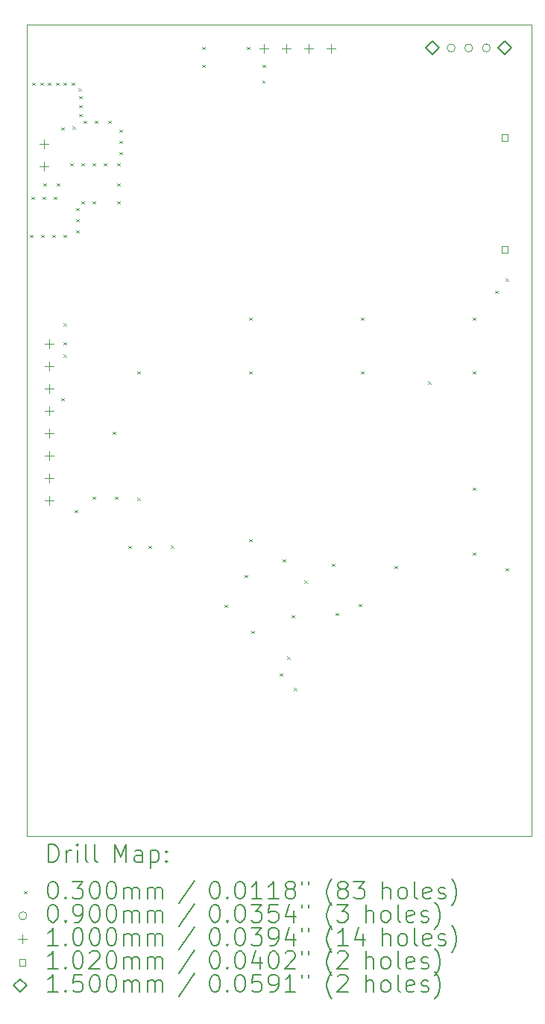
<source format=gbr>
%TF.GenerationSoftware,KiCad,Pcbnew,(7.0.0)*%
%TF.CreationDate,2023-02-19T21:47:51+01:00*%
%TF.ProjectId,Glitchifier9000,476c6974-6368-4696-9669-657239303030,rev?*%
%TF.SameCoordinates,Original*%
%TF.FileFunction,Drillmap*%
%TF.FilePolarity,Positive*%
%FSLAX45Y45*%
G04 Gerber Fmt 4.5, Leading zero omitted, Abs format (unit mm)*
G04 Created by KiCad (PCBNEW (7.0.0)) date 2023-02-19 21:47:51*
%MOMM*%
%LPD*%
G01*
G04 APERTURE LIST*
%ADD10C,0.038100*%
%ADD11C,0.200000*%
%ADD12C,0.030000*%
%ADD13C,0.090000*%
%ADD14C,0.100000*%
%ADD15C,0.102000*%
%ADD16C,0.150000*%
G04 APERTURE END LIST*
D10*
X10541000Y-4762500D02*
X16273780Y-4762500D01*
X16273780Y-4762500D02*
X16273780Y-13972540D01*
X16273780Y-13972540D02*
X10541000Y-13972540D01*
X10541000Y-13972540D02*
X10541000Y-4762500D01*
D11*
D12*
X10576800Y-7147800D02*
X10606800Y-7177800D01*
X10606800Y-7147800D02*
X10576800Y-7177800D01*
X10589500Y-6716000D02*
X10619500Y-6746000D01*
X10619500Y-6716000D02*
X10589500Y-6746000D01*
X10602200Y-5420600D02*
X10632200Y-5450600D01*
X10632200Y-5420600D02*
X10602200Y-5450600D01*
X10691100Y-5420600D02*
X10721100Y-5450600D01*
X10721100Y-5420600D02*
X10691100Y-5450600D01*
X10703800Y-7147800D02*
X10733800Y-7177800D01*
X10733800Y-7147800D02*
X10703800Y-7177800D01*
X10716500Y-6716000D02*
X10746500Y-6746000D01*
X10746500Y-6716000D02*
X10716500Y-6746000D01*
X10729200Y-6563600D02*
X10759200Y-6593600D01*
X10759200Y-6563600D02*
X10729200Y-6593600D01*
X10780000Y-5420600D02*
X10810000Y-5450600D01*
X10810000Y-5420600D02*
X10780000Y-5450600D01*
X10830800Y-7147800D02*
X10860800Y-7177800D01*
X10860800Y-7147800D02*
X10830800Y-7177800D01*
X10843500Y-6716000D02*
X10873500Y-6746000D01*
X10873500Y-6716000D02*
X10843500Y-6746000D01*
X10868900Y-5420600D02*
X10898900Y-5450600D01*
X10898900Y-5420600D02*
X10868900Y-5450600D01*
X10881600Y-6563600D02*
X10911600Y-6593600D01*
X10911600Y-6563600D02*
X10881600Y-6593600D01*
X10932400Y-5928600D02*
X10962400Y-5958600D01*
X10962400Y-5928600D02*
X10932400Y-5958600D01*
X10932400Y-9002000D02*
X10962400Y-9032000D01*
X10962400Y-9002000D02*
X10932400Y-9032000D01*
X10957800Y-5420600D02*
X10987800Y-5450600D01*
X10987800Y-5420600D02*
X10957800Y-5450600D01*
X10957800Y-7147800D02*
X10987800Y-7177800D01*
X10987800Y-7147800D02*
X10957800Y-7177800D01*
X10957800Y-8151100D02*
X10987800Y-8181100D01*
X10987800Y-8151100D02*
X10957800Y-8181100D01*
X10957800Y-8367000D02*
X10987800Y-8397000D01*
X10987800Y-8367000D02*
X10957800Y-8397000D01*
X10957800Y-8506700D02*
X10987800Y-8536700D01*
X10987800Y-8506700D02*
X10957800Y-8536700D01*
X11034000Y-6335000D02*
X11064000Y-6365000D01*
X11064000Y-6335000D02*
X11034000Y-6365000D01*
X11046700Y-5420600D02*
X11076700Y-5450600D01*
X11076700Y-5420600D02*
X11046700Y-5450600D01*
X11059400Y-5915900D02*
X11089400Y-5945900D01*
X11089400Y-5915900D02*
X11059400Y-5945900D01*
X11084800Y-10272000D02*
X11114800Y-10302000D01*
X11114800Y-10272000D02*
X11084800Y-10302000D01*
X11097500Y-6843000D02*
X11127500Y-6873000D01*
X11127500Y-6843000D02*
X11097500Y-6873000D01*
X11097500Y-6970000D02*
X11127500Y-7000000D01*
X11127500Y-6970000D02*
X11097500Y-7000000D01*
X11097500Y-7097000D02*
X11127500Y-7127000D01*
X11127500Y-7097000D02*
X11097500Y-7127000D01*
X11122900Y-5484100D02*
X11152900Y-5514100D01*
X11152900Y-5484100D02*
X11122900Y-5514100D01*
X11135600Y-5573000D02*
X11165600Y-5603000D01*
X11165600Y-5573000D02*
X11135600Y-5603000D01*
X11135600Y-5674600D02*
X11165600Y-5704600D01*
X11165600Y-5674600D02*
X11135600Y-5704600D01*
X11135600Y-5776200D02*
X11165600Y-5806200D01*
X11165600Y-5776200D02*
X11135600Y-5806200D01*
X11161000Y-6335000D02*
X11191000Y-6365000D01*
X11191000Y-6335000D02*
X11161000Y-6365000D01*
X11161000Y-6766800D02*
X11191000Y-6796800D01*
X11191000Y-6766800D02*
X11161000Y-6796800D01*
X11186400Y-5852400D02*
X11216400Y-5882400D01*
X11216400Y-5852400D02*
X11186400Y-5882400D01*
X11288000Y-6335000D02*
X11318000Y-6365000D01*
X11318000Y-6335000D02*
X11288000Y-6365000D01*
X11288000Y-6766800D02*
X11318000Y-6796800D01*
X11318000Y-6766800D02*
X11288000Y-6796800D01*
X11288000Y-10119600D02*
X11318000Y-10149600D01*
X11318000Y-10119600D02*
X11288000Y-10149600D01*
X11313400Y-5852400D02*
X11343400Y-5882400D01*
X11343400Y-5852400D02*
X11313400Y-5882400D01*
X11415000Y-6335000D02*
X11445000Y-6365000D01*
X11445000Y-6335000D02*
X11415000Y-6365000D01*
X11465800Y-5852400D02*
X11495800Y-5882400D01*
X11495800Y-5852400D02*
X11465800Y-5882400D01*
X11516600Y-9383000D02*
X11546600Y-9413000D01*
X11546600Y-9383000D02*
X11516600Y-9413000D01*
X11542000Y-10119600D02*
X11572000Y-10149600D01*
X11572000Y-10119600D02*
X11542000Y-10149600D01*
X11567400Y-6335000D02*
X11597400Y-6365000D01*
X11597400Y-6335000D02*
X11567400Y-6365000D01*
X11567400Y-6563600D02*
X11597400Y-6593600D01*
X11597400Y-6563600D02*
X11567400Y-6593600D01*
X11567400Y-6766800D02*
X11597400Y-6796800D01*
X11597400Y-6766800D02*
X11567400Y-6796800D01*
X11592800Y-5954000D02*
X11622800Y-5984000D01*
X11622800Y-5954000D02*
X11592800Y-5984000D01*
X11592800Y-6081000D02*
X11622800Y-6111000D01*
X11622800Y-6081000D02*
X11592800Y-6111000D01*
X11592800Y-6208000D02*
X11622800Y-6238000D01*
X11622800Y-6208000D02*
X11592800Y-6238000D01*
X11694400Y-10678400D02*
X11724400Y-10708400D01*
X11724400Y-10678400D02*
X11694400Y-10708400D01*
X11796000Y-8697200D02*
X11826000Y-8727200D01*
X11826000Y-8697200D02*
X11796000Y-8727200D01*
X11796000Y-10132300D02*
X11826000Y-10162300D01*
X11826000Y-10132300D02*
X11796000Y-10162300D01*
X11923000Y-10678400D02*
X11953000Y-10708400D01*
X11953000Y-10678400D02*
X11923000Y-10708400D01*
X12175000Y-10675000D02*
X12205000Y-10705000D01*
X12205000Y-10675000D02*
X12175000Y-10705000D01*
X12532600Y-5014200D02*
X12562600Y-5044200D01*
X12562600Y-5014200D02*
X12532600Y-5044200D01*
X12532600Y-5217400D02*
X12562600Y-5247400D01*
X12562600Y-5217400D02*
X12532600Y-5247400D01*
X12785000Y-11345000D02*
X12815000Y-11375000D01*
X12815000Y-11345000D02*
X12785000Y-11375000D01*
X13015200Y-11008600D02*
X13045200Y-11038600D01*
X13045200Y-11008600D02*
X13015200Y-11038600D01*
X13040600Y-5014200D02*
X13070600Y-5044200D01*
X13070600Y-5014200D02*
X13040600Y-5044200D01*
X13066000Y-8087600D02*
X13096000Y-8117600D01*
X13096000Y-8087600D02*
X13066000Y-8117600D01*
X13066000Y-8697200D02*
X13096000Y-8727200D01*
X13096000Y-8697200D02*
X13066000Y-8727200D01*
X13066000Y-10602200D02*
X13096000Y-10632200D01*
X13096000Y-10602200D02*
X13066000Y-10632200D01*
X13091400Y-11643600D02*
X13121400Y-11673600D01*
X13121400Y-11643600D02*
X13091400Y-11673600D01*
X13211608Y-5395200D02*
X13241608Y-5425200D01*
X13241608Y-5395200D02*
X13211608Y-5425200D01*
X13218400Y-5217400D02*
X13248400Y-5247400D01*
X13248400Y-5217400D02*
X13218400Y-5247400D01*
X13408900Y-12126200D02*
X13438900Y-12156200D01*
X13438900Y-12126200D02*
X13408900Y-12156200D01*
X13447000Y-10830800D02*
X13477000Y-10860800D01*
X13477000Y-10830800D02*
X13447000Y-10860800D01*
X13497800Y-11935700D02*
X13527800Y-11965700D01*
X13527800Y-11935700D02*
X13497800Y-11965700D01*
X13548600Y-11465800D02*
X13578600Y-11495800D01*
X13578600Y-11465800D02*
X13548600Y-11495800D01*
X13574000Y-12291300D02*
X13604000Y-12321300D01*
X13604000Y-12291300D02*
X13574000Y-12321300D01*
X13688300Y-11072100D02*
X13718300Y-11102100D01*
X13718300Y-11072100D02*
X13688300Y-11102100D01*
X14005800Y-10881600D02*
X14035800Y-10911600D01*
X14035800Y-10881600D02*
X14005800Y-10911600D01*
X14043900Y-11440400D02*
X14073900Y-11470400D01*
X14073900Y-11440400D02*
X14043900Y-11470400D01*
X14310600Y-11338800D02*
X14340600Y-11368800D01*
X14340600Y-11338800D02*
X14310600Y-11368800D01*
X14336000Y-8087600D02*
X14366000Y-8117600D01*
X14366000Y-8087600D02*
X14336000Y-8117600D01*
X14336000Y-8697200D02*
X14366000Y-8727200D01*
X14366000Y-8697200D02*
X14336000Y-8727200D01*
X14717000Y-10907000D02*
X14747000Y-10937000D01*
X14747000Y-10907000D02*
X14717000Y-10937000D01*
X15098000Y-8811500D02*
X15128000Y-8841500D01*
X15128000Y-8811500D02*
X15098000Y-8841500D01*
X15606000Y-8087600D02*
X15636000Y-8117600D01*
X15636000Y-8087600D02*
X15606000Y-8117600D01*
X15606000Y-8697200D02*
X15636000Y-8727200D01*
X15636000Y-8697200D02*
X15606000Y-8727200D01*
X15606000Y-10018000D02*
X15636000Y-10048000D01*
X15636000Y-10018000D02*
X15606000Y-10048000D01*
X15606000Y-10754600D02*
X15636000Y-10784600D01*
X15636000Y-10754600D02*
X15606000Y-10784600D01*
X15860000Y-7782800D02*
X15890000Y-7812800D01*
X15890000Y-7782800D02*
X15860000Y-7812800D01*
X15974300Y-7643100D02*
X16004300Y-7673100D01*
X16004300Y-7643100D02*
X15974300Y-7673100D01*
X15974300Y-10932400D02*
X16004300Y-10962400D01*
X16004300Y-10932400D02*
X15974300Y-10962400D01*
D13*
X15402500Y-5026000D02*
G75*
G03*
X15402500Y-5026000I-45000J0D01*
G01*
X15602500Y-5026000D02*
G75*
G03*
X15602500Y-5026000I-45000J0D01*
G01*
X15802500Y-5026000D02*
G75*
G03*
X15802500Y-5026000I-45000J0D01*
G01*
D14*
X10731500Y-6066000D02*
X10731500Y-6166000D01*
X10681500Y-6116000D02*
X10781500Y-6116000D01*
X10731500Y-6320000D02*
X10731500Y-6420000D01*
X10681500Y-6370000D02*
X10781500Y-6370000D01*
X10795000Y-8332000D02*
X10795000Y-8432000D01*
X10745000Y-8382000D02*
X10845000Y-8382000D01*
X10795000Y-8586000D02*
X10795000Y-8686000D01*
X10745000Y-8636000D02*
X10845000Y-8636000D01*
X10795000Y-8840000D02*
X10795000Y-8940000D01*
X10745000Y-8890000D02*
X10845000Y-8890000D01*
X10795000Y-9094000D02*
X10795000Y-9194000D01*
X10745000Y-9144000D02*
X10845000Y-9144000D01*
X10795000Y-9348000D02*
X10795000Y-9448000D01*
X10745000Y-9398000D02*
X10845000Y-9398000D01*
X10795000Y-9602000D02*
X10795000Y-9702000D01*
X10745000Y-9652000D02*
X10845000Y-9652000D01*
X10795000Y-9856000D02*
X10795000Y-9956000D01*
X10745000Y-9906000D02*
X10845000Y-9906000D01*
X10795000Y-10110000D02*
X10795000Y-10210000D01*
X10745000Y-10160000D02*
X10845000Y-10160000D01*
X13233400Y-4979200D02*
X13233400Y-5079200D01*
X13183400Y-5029200D02*
X13283400Y-5029200D01*
X13487400Y-4979200D02*
X13487400Y-5079200D01*
X13437400Y-5029200D02*
X13537400Y-5029200D01*
X13741400Y-4979200D02*
X13741400Y-5079200D01*
X13691400Y-5029200D02*
X13791400Y-5029200D01*
X13995400Y-4979200D02*
X13995400Y-5079200D01*
X13945400Y-5029200D02*
X14045400Y-5029200D01*
D15*
X16002363Y-6081263D02*
X16002363Y-6009137D01*
X15930237Y-6009137D01*
X15930237Y-6081263D01*
X16002363Y-6081263D01*
X16002363Y-7351263D02*
X16002363Y-7279137D01*
X15930237Y-7279137D01*
X15930237Y-7351263D01*
X16002363Y-7351263D01*
D16*
X15147500Y-5101000D02*
X15222500Y-5026000D01*
X15147500Y-4951000D01*
X15072500Y-5026000D01*
X15147500Y-5101000D01*
X15967500Y-5101000D02*
X16042500Y-5026000D01*
X15967500Y-4951000D01*
X15892500Y-5026000D01*
X15967500Y-5101000D01*
D11*
X10786714Y-14267921D02*
X10786714Y-14067921D01*
X10786714Y-14067921D02*
X10834333Y-14067921D01*
X10834333Y-14067921D02*
X10862905Y-14077445D01*
X10862905Y-14077445D02*
X10881952Y-14096493D01*
X10881952Y-14096493D02*
X10891476Y-14115540D01*
X10891476Y-14115540D02*
X10901000Y-14153635D01*
X10901000Y-14153635D02*
X10901000Y-14182207D01*
X10901000Y-14182207D02*
X10891476Y-14220302D01*
X10891476Y-14220302D02*
X10881952Y-14239350D01*
X10881952Y-14239350D02*
X10862905Y-14258397D01*
X10862905Y-14258397D02*
X10834333Y-14267921D01*
X10834333Y-14267921D02*
X10786714Y-14267921D01*
X10986714Y-14267921D02*
X10986714Y-14134588D01*
X10986714Y-14172683D02*
X10996238Y-14153635D01*
X10996238Y-14153635D02*
X11005762Y-14144112D01*
X11005762Y-14144112D02*
X11024809Y-14134588D01*
X11024809Y-14134588D02*
X11043857Y-14134588D01*
X11110524Y-14267921D02*
X11110524Y-14134588D01*
X11110524Y-14067921D02*
X11101000Y-14077445D01*
X11101000Y-14077445D02*
X11110524Y-14086969D01*
X11110524Y-14086969D02*
X11120047Y-14077445D01*
X11120047Y-14077445D02*
X11110524Y-14067921D01*
X11110524Y-14067921D02*
X11110524Y-14086969D01*
X11234333Y-14267921D02*
X11215285Y-14258397D01*
X11215285Y-14258397D02*
X11205762Y-14239350D01*
X11205762Y-14239350D02*
X11205762Y-14067921D01*
X11339095Y-14267921D02*
X11320047Y-14258397D01*
X11320047Y-14258397D02*
X11310523Y-14239350D01*
X11310523Y-14239350D02*
X11310523Y-14067921D01*
X11535285Y-14267921D02*
X11535285Y-14067921D01*
X11535285Y-14067921D02*
X11601952Y-14210778D01*
X11601952Y-14210778D02*
X11668619Y-14067921D01*
X11668619Y-14067921D02*
X11668619Y-14267921D01*
X11849571Y-14267921D02*
X11849571Y-14163159D01*
X11849571Y-14163159D02*
X11840047Y-14144112D01*
X11840047Y-14144112D02*
X11821000Y-14134588D01*
X11821000Y-14134588D02*
X11782904Y-14134588D01*
X11782904Y-14134588D02*
X11763857Y-14144112D01*
X11849571Y-14258397D02*
X11830523Y-14267921D01*
X11830523Y-14267921D02*
X11782904Y-14267921D01*
X11782904Y-14267921D02*
X11763857Y-14258397D01*
X11763857Y-14258397D02*
X11754333Y-14239350D01*
X11754333Y-14239350D02*
X11754333Y-14220302D01*
X11754333Y-14220302D02*
X11763857Y-14201254D01*
X11763857Y-14201254D02*
X11782904Y-14191731D01*
X11782904Y-14191731D02*
X11830523Y-14191731D01*
X11830523Y-14191731D02*
X11849571Y-14182207D01*
X11944809Y-14134588D02*
X11944809Y-14334588D01*
X11944809Y-14144112D02*
X11963857Y-14134588D01*
X11963857Y-14134588D02*
X12001952Y-14134588D01*
X12001952Y-14134588D02*
X12021000Y-14144112D01*
X12021000Y-14144112D02*
X12030523Y-14153635D01*
X12030523Y-14153635D02*
X12040047Y-14172683D01*
X12040047Y-14172683D02*
X12040047Y-14229826D01*
X12040047Y-14229826D02*
X12030523Y-14248873D01*
X12030523Y-14248873D02*
X12021000Y-14258397D01*
X12021000Y-14258397D02*
X12001952Y-14267921D01*
X12001952Y-14267921D02*
X11963857Y-14267921D01*
X11963857Y-14267921D02*
X11944809Y-14258397D01*
X12125762Y-14248873D02*
X12135285Y-14258397D01*
X12135285Y-14258397D02*
X12125762Y-14267921D01*
X12125762Y-14267921D02*
X12116238Y-14258397D01*
X12116238Y-14258397D02*
X12125762Y-14248873D01*
X12125762Y-14248873D02*
X12125762Y-14267921D01*
X12125762Y-14144112D02*
X12135285Y-14153635D01*
X12135285Y-14153635D02*
X12125762Y-14163159D01*
X12125762Y-14163159D02*
X12116238Y-14153635D01*
X12116238Y-14153635D02*
X12125762Y-14144112D01*
X12125762Y-14144112D02*
X12125762Y-14163159D01*
D12*
X10509095Y-14599445D02*
X10539095Y-14629445D01*
X10539095Y-14599445D02*
X10509095Y-14629445D01*
D11*
X10824809Y-14487921D02*
X10843857Y-14487921D01*
X10843857Y-14487921D02*
X10862905Y-14497445D01*
X10862905Y-14497445D02*
X10872428Y-14506969D01*
X10872428Y-14506969D02*
X10881952Y-14526016D01*
X10881952Y-14526016D02*
X10891476Y-14564112D01*
X10891476Y-14564112D02*
X10891476Y-14611731D01*
X10891476Y-14611731D02*
X10881952Y-14649826D01*
X10881952Y-14649826D02*
X10872428Y-14668873D01*
X10872428Y-14668873D02*
X10862905Y-14678397D01*
X10862905Y-14678397D02*
X10843857Y-14687921D01*
X10843857Y-14687921D02*
X10824809Y-14687921D01*
X10824809Y-14687921D02*
X10805762Y-14678397D01*
X10805762Y-14678397D02*
X10796238Y-14668873D01*
X10796238Y-14668873D02*
X10786714Y-14649826D01*
X10786714Y-14649826D02*
X10777190Y-14611731D01*
X10777190Y-14611731D02*
X10777190Y-14564112D01*
X10777190Y-14564112D02*
X10786714Y-14526016D01*
X10786714Y-14526016D02*
X10796238Y-14506969D01*
X10796238Y-14506969D02*
X10805762Y-14497445D01*
X10805762Y-14497445D02*
X10824809Y-14487921D01*
X10977190Y-14668873D02*
X10986714Y-14678397D01*
X10986714Y-14678397D02*
X10977190Y-14687921D01*
X10977190Y-14687921D02*
X10967666Y-14678397D01*
X10967666Y-14678397D02*
X10977190Y-14668873D01*
X10977190Y-14668873D02*
X10977190Y-14687921D01*
X11053381Y-14487921D02*
X11177190Y-14487921D01*
X11177190Y-14487921D02*
X11110524Y-14564112D01*
X11110524Y-14564112D02*
X11139095Y-14564112D01*
X11139095Y-14564112D02*
X11158143Y-14573635D01*
X11158143Y-14573635D02*
X11167666Y-14583159D01*
X11167666Y-14583159D02*
X11177190Y-14602207D01*
X11177190Y-14602207D02*
X11177190Y-14649826D01*
X11177190Y-14649826D02*
X11167666Y-14668873D01*
X11167666Y-14668873D02*
X11158143Y-14678397D01*
X11158143Y-14678397D02*
X11139095Y-14687921D01*
X11139095Y-14687921D02*
X11081952Y-14687921D01*
X11081952Y-14687921D02*
X11062905Y-14678397D01*
X11062905Y-14678397D02*
X11053381Y-14668873D01*
X11301000Y-14487921D02*
X11320047Y-14487921D01*
X11320047Y-14487921D02*
X11339095Y-14497445D01*
X11339095Y-14497445D02*
X11348619Y-14506969D01*
X11348619Y-14506969D02*
X11358143Y-14526016D01*
X11358143Y-14526016D02*
X11367666Y-14564112D01*
X11367666Y-14564112D02*
X11367666Y-14611731D01*
X11367666Y-14611731D02*
X11358143Y-14649826D01*
X11358143Y-14649826D02*
X11348619Y-14668873D01*
X11348619Y-14668873D02*
X11339095Y-14678397D01*
X11339095Y-14678397D02*
X11320047Y-14687921D01*
X11320047Y-14687921D02*
X11301000Y-14687921D01*
X11301000Y-14687921D02*
X11281952Y-14678397D01*
X11281952Y-14678397D02*
X11272428Y-14668873D01*
X11272428Y-14668873D02*
X11262904Y-14649826D01*
X11262904Y-14649826D02*
X11253381Y-14611731D01*
X11253381Y-14611731D02*
X11253381Y-14564112D01*
X11253381Y-14564112D02*
X11262904Y-14526016D01*
X11262904Y-14526016D02*
X11272428Y-14506969D01*
X11272428Y-14506969D02*
X11281952Y-14497445D01*
X11281952Y-14497445D02*
X11301000Y-14487921D01*
X11491476Y-14487921D02*
X11510524Y-14487921D01*
X11510524Y-14487921D02*
X11529571Y-14497445D01*
X11529571Y-14497445D02*
X11539095Y-14506969D01*
X11539095Y-14506969D02*
X11548619Y-14526016D01*
X11548619Y-14526016D02*
X11558143Y-14564112D01*
X11558143Y-14564112D02*
X11558143Y-14611731D01*
X11558143Y-14611731D02*
X11548619Y-14649826D01*
X11548619Y-14649826D02*
X11539095Y-14668873D01*
X11539095Y-14668873D02*
X11529571Y-14678397D01*
X11529571Y-14678397D02*
X11510524Y-14687921D01*
X11510524Y-14687921D02*
X11491476Y-14687921D01*
X11491476Y-14687921D02*
X11472428Y-14678397D01*
X11472428Y-14678397D02*
X11462904Y-14668873D01*
X11462904Y-14668873D02*
X11453381Y-14649826D01*
X11453381Y-14649826D02*
X11443857Y-14611731D01*
X11443857Y-14611731D02*
X11443857Y-14564112D01*
X11443857Y-14564112D02*
X11453381Y-14526016D01*
X11453381Y-14526016D02*
X11462904Y-14506969D01*
X11462904Y-14506969D02*
X11472428Y-14497445D01*
X11472428Y-14497445D02*
X11491476Y-14487921D01*
X11643857Y-14687921D02*
X11643857Y-14554588D01*
X11643857Y-14573635D02*
X11653381Y-14564112D01*
X11653381Y-14564112D02*
X11672428Y-14554588D01*
X11672428Y-14554588D02*
X11701000Y-14554588D01*
X11701000Y-14554588D02*
X11720047Y-14564112D01*
X11720047Y-14564112D02*
X11729571Y-14583159D01*
X11729571Y-14583159D02*
X11729571Y-14687921D01*
X11729571Y-14583159D02*
X11739095Y-14564112D01*
X11739095Y-14564112D02*
X11758143Y-14554588D01*
X11758143Y-14554588D02*
X11786714Y-14554588D01*
X11786714Y-14554588D02*
X11805762Y-14564112D01*
X11805762Y-14564112D02*
X11815285Y-14583159D01*
X11815285Y-14583159D02*
X11815285Y-14687921D01*
X11910524Y-14687921D02*
X11910524Y-14554588D01*
X11910524Y-14573635D02*
X11920047Y-14564112D01*
X11920047Y-14564112D02*
X11939095Y-14554588D01*
X11939095Y-14554588D02*
X11967666Y-14554588D01*
X11967666Y-14554588D02*
X11986714Y-14564112D01*
X11986714Y-14564112D02*
X11996238Y-14583159D01*
X11996238Y-14583159D02*
X11996238Y-14687921D01*
X11996238Y-14583159D02*
X12005762Y-14564112D01*
X12005762Y-14564112D02*
X12024809Y-14554588D01*
X12024809Y-14554588D02*
X12053381Y-14554588D01*
X12053381Y-14554588D02*
X12072428Y-14564112D01*
X12072428Y-14564112D02*
X12081952Y-14583159D01*
X12081952Y-14583159D02*
X12081952Y-14687921D01*
X12440047Y-14478397D02*
X12268619Y-14735540D01*
X12664809Y-14487921D02*
X12683857Y-14487921D01*
X12683857Y-14487921D02*
X12702905Y-14497445D01*
X12702905Y-14497445D02*
X12712428Y-14506969D01*
X12712428Y-14506969D02*
X12721952Y-14526016D01*
X12721952Y-14526016D02*
X12731476Y-14564112D01*
X12731476Y-14564112D02*
X12731476Y-14611731D01*
X12731476Y-14611731D02*
X12721952Y-14649826D01*
X12721952Y-14649826D02*
X12712428Y-14668873D01*
X12712428Y-14668873D02*
X12702905Y-14678397D01*
X12702905Y-14678397D02*
X12683857Y-14687921D01*
X12683857Y-14687921D02*
X12664809Y-14687921D01*
X12664809Y-14687921D02*
X12645762Y-14678397D01*
X12645762Y-14678397D02*
X12636238Y-14668873D01*
X12636238Y-14668873D02*
X12626714Y-14649826D01*
X12626714Y-14649826D02*
X12617190Y-14611731D01*
X12617190Y-14611731D02*
X12617190Y-14564112D01*
X12617190Y-14564112D02*
X12626714Y-14526016D01*
X12626714Y-14526016D02*
X12636238Y-14506969D01*
X12636238Y-14506969D02*
X12645762Y-14497445D01*
X12645762Y-14497445D02*
X12664809Y-14487921D01*
X12817190Y-14668873D02*
X12826714Y-14678397D01*
X12826714Y-14678397D02*
X12817190Y-14687921D01*
X12817190Y-14687921D02*
X12807666Y-14678397D01*
X12807666Y-14678397D02*
X12817190Y-14668873D01*
X12817190Y-14668873D02*
X12817190Y-14687921D01*
X12950524Y-14487921D02*
X12969571Y-14487921D01*
X12969571Y-14487921D02*
X12988619Y-14497445D01*
X12988619Y-14497445D02*
X12998143Y-14506969D01*
X12998143Y-14506969D02*
X13007666Y-14526016D01*
X13007666Y-14526016D02*
X13017190Y-14564112D01*
X13017190Y-14564112D02*
X13017190Y-14611731D01*
X13017190Y-14611731D02*
X13007666Y-14649826D01*
X13007666Y-14649826D02*
X12998143Y-14668873D01*
X12998143Y-14668873D02*
X12988619Y-14678397D01*
X12988619Y-14678397D02*
X12969571Y-14687921D01*
X12969571Y-14687921D02*
X12950524Y-14687921D01*
X12950524Y-14687921D02*
X12931476Y-14678397D01*
X12931476Y-14678397D02*
X12921952Y-14668873D01*
X12921952Y-14668873D02*
X12912428Y-14649826D01*
X12912428Y-14649826D02*
X12902905Y-14611731D01*
X12902905Y-14611731D02*
X12902905Y-14564112D01*
X12902905Y-14564112D02*
X12912428Y-14526016D01*
X12912428Y-14526016D02*
X12921952Y-14506969D01*
X12921952Y-14506969D02*
X12931476Y-14497445D01*
X12931476Y-14497445D02*
X12950524Y-14487921D01*
X13207666Y-14687921D02*
X13093381Y-14687921D01*
X13150524Y-14687921D02*
X13150524Y-14487921D01*
X13150524Y-14487921D02*
X13131476Y-14516493D01*
X13131476Y-14516493D02*
X13112428Y-14535540D01*
X13112428Y-14535540D02*
X13093381Y-14545064D01*
X13398143Y-14687921D02*
X13283857Y-14687921D01*
X13341000Y-14687921D02*
X13341000Y-14487921D01*
X13341000Y-14487921D02*
X13321952Y-14516493D01*
X13321952Y-14516493D02*
X13302905Y-14535540D01*
X13302905Y-14535540D02*
X13283857Y-14545064D01*
X13512428Y-14573635D02*
X13493381Y-14564112D01*
X13493381Y-14564112D02*
X13483857Y-14554588D01*
X13483857Y-14554588D02*
X13474333Y-14535540D01*
X13474333Y-14535540D02*
X13474333Y-14526016D01*
X13474333Y-14526016D02*
X13483857Y-14506969D01*
X13483857Y-14506969D02*
X13493381Y-14497445D01*
X13493381Y-14497445D02*
X13512428Y-14487921D01*
X13512428Y-14487921D02*
X13550524Y-14487921D01*
X13550524Y-14487921D02*
X13569571Y-14497445D01*
X13569571Y-14497445D02*
X13579095Y-14506969D01*
X13579095Y-14506969D02*
X13588619Y-14526016D01*
X13588619Y-14526016D02*
X13588619Y-14535540D01*
X13588619Y-14535540D02*
X13579095Y-14554588D01*
X13579095Y-14554588D02*
X13569571Y-14564112D01*
X13569571Y-14564112D02*
X13550524Y-14573635D01*
X13550524Y-14573635D02*
X13512428Y-14573635D01*
X13512428Y-14573635D02*
X13493381Y-14583159D01*
X13493381Y-14583159D02*
X13483857Y-14592683D01*
X13483857Y-14592683D02*
X13474333Y-14611731D01*
X13474333Y-14611731D02*
X13474333Y-14649826D01*
X13474333Y-14649826D02*
X13483857Y-14668873D01*
X13483857Y-14668873D02*
X13493381Y-14678397D01*
X13493381Y-14678397D02*
X13512428Y-14687921D01*
X13512428Y-14687921D02*
X13550524Y-14687921D01*
X13550524Y-14687921D02*
X13569571Y-14678397D01*
X13569571Y-14678397D02*
X13579095Y-14668873D01*
X13579095Y-14668873D02*
X13588619Y-14649826D01*
X13588619Y-14649826D02*
X13588619Y-14611731D01*
X13588619Y-14611731D02*
X13579095Y-14592683D01*
X13579095Y-14592683D02*
X13569571Y-14583159D01*
X13569571Y-14583159D02*
X13550524Y-14573635D01*
X13664809Y-14487921D02*
X13664809Y-14526016D01*
X13741000Y-14487921D02*
X13741000Y-14526016D01*
X14003857Y-14764112D02*
X13994333Y-14754588D01*
X13994333Y-14754588D02*
X13975286Y-14726016D01*
X13975286Y-14726016D02*
X13965762Y-14706969D01*
X13965762Y-14706969D02*
X13956238Y-14678397D01*
X13956238Y-14678397D02*
X13946714Y-14630778D01*
X13946714Y-14630778D02*
X13946714Y-14592683D01*
X13946714Y-14592683D02*
X13956238Y-14545064D01*
X13956238Y-14545064D02*
X13965762Y-14516493D01*
X13965762Y-14516493D02*
X13975286Y-14497445D01*
X13975286Y-14497445D02*
X13994333Y-14468873D01*
X13994333Y-14468873D02*
X14003857Y-14459350D01*
X14108619Y-14573635D02*
X14089571Y-14564112D01*
X14089571Y-14564112D02*
X14080047Y-14554588D01*
X14080047Y-14554588D02*
X14070524Y-14535540D01*
X14070524Y-14535540D02*
X14070524Y-14526016D01*
X14070524Y-14526016D02*
X14080047Y-14506969D01*
X14080047Y-14506969D02*
X14089571Y-14497445D01*
X14089571Y-14497445D02*
X14108619Y-14487921D01*
X14108619Y-14487921D02*
X14146714Y-14487921D01*
X14146714Y-14487921D02*
X14165762Y-14497445D01*
X14165762Y-14497445D02*
X14175286Y-14506969D01*
X14175286Y-14506969D02*
X14184809Y-14526016D01*
X14184809Y-14526016D02*
X14184809Y-14535540D01*
X14184809Y-14535540D02*
X14175286Y-14554588D01*
X14175286Y-14554588D02*
X14165762Y-14564112D01*
X14165762Y-14564112D02*
X14146714Y-14573635D01*
X14146714Y-14573635D02*
X14108619Y-14573635D01*
X14108619Y-14573635D02*
X14089571Y-14583159D01*
X14089571Y-14583159D02*
X14080047Y-14592683D01*
X14080047Y-14592683D02*
X14070524Y-14611731D01*
X14070524Y-14611731D02*
X14070524Y-14649826D01*
X14070524Y-14649826D02*
X14080047Y-14668873D01*
X14080047Y-14668873D02*
X14089571Y-14678397D01*
X14089571Y-14678397D02*
X14108619Y-14687921D01*
X14108619Y-14687921D02*
X14146714Y-14687921D01*
X14146714Y-14687921D02*
X14165762Y-14678397D01*
X14165762Y-14678397D02*
X14175286Y-14668873D01*
X14175286Y-14668873D02*
X14184809Y-14649826D01*
X14184809Y-14649826D02*
X14184809Y-14611731D01*
X14184809Y-14611731D02*
X14175286Y-14592683D01*
X14175286Y-14592683D02*
X14165762Y-14583159D01*
X14165762Y-14583159D02*
X14146714Y-14573635D01*
X14251476Y-14487921D02*
X14375286Y-14487921D01*
X14375286Y-14487921D02*
X14308619Y-14564112D01*
X14308619Y-14564112D02*
X14337190Y-14564112D01*
X14337190Y-14564112D02*
X14356238Y-14573635D01*
X14356238Y-14573635D02*
X14365762Y-14583159D01*
X14365762Y-14583159D02*
X14375286Y-14602207D01*
X14375286Y-14602207D02*
X14375286Y-14649826D01*
X14375286Y-14649826D02*
X14365762Y-14668873D01*
X14365762Y-14668873D02*
X14356238Y-14678397D01*
X14356238Y-14678397D02*
X14337190Y-14687921D01*
X14337190Y-14687921D02*
X14280047Y-14687921D01*
X14280047Y-14687921D02*
X14261000Y-14678397D01*
X14261000Y-14678397D02*
X14251476Y-14668873D01*
X14581000Y-14687921D02*
X14581000Y-14487921D01*
X14666714Y-14687921D02*
X14666714Y-14583159D01*
X14666714Y-14583159D02*
X14657190Y-14564112D01*
X14657190Y-14564112D02*
X14638143Y-14554588D01*
X14638143Y-14554588D02*
X14609571Y-14554588D01*
X14609571Y-14554588D02*
X14590524Y-14564112D01*
X14590524Y-14564112D02*
X14581000Y-14573635D01*
X14790524Y-14687921D02*
X14771476Y-14678397D01*
X14771476Y-14678397D02*
X14761952Y-14668873D01*
X14761952Y-14668873D02*
X14752428Y-14649826D01*
X14752428Y-14649826D02*
X14752428Y-14592683D01*
X14752428Y-14592683D02*
X14761952Y-14573635D01*
X14761952Y-14573635D02*
X14771476Y-14564112D01*
X14771476Y-14564112D02*
X14790524Y-14554588D01*
X14790524Y-14554588D02*
X14819095Y-14554588D01*
X14819095Y-14554588D02*
X14838143Y-14564112D01*
X14838143Y-14564112D02*
X14847667Y-14573635D01*
X14847667Y-14573635D02*
X14857190Y-14592683D01*
X14857190Y-14592683D02*
X14857190Y-14649826D01*
X14857190Y-14649826D02*
X14847667Y-14668873D01*
X14847667Y-14668873D02*
X14838143Y-14678397D01*
X14838143Y-14678397D02*
X14819095Y-14687921D01*
X14819095Y-14687921D02*
X14790524Y-14687921D01*
X14971476Y-14687921D02*
X14952428Y-14678397D01*
X14952428Y-14678397D02*
X14942905Y-14659350D01*
X14942905Y-14659350D02*
X14942905Y-14487921D01*
X15123857Y-14678397D02*
X15104809Y-14687921D01*
X15104809Y-14687921D02*
X15066714Y-14687921D01*
X15066714Y-14687921D02*
X15047667Y-14678397D01*
X15047667Y-14678397D02*
X15038143Y-14659350D01*
X15038143Y-14659350D02*
X15038143Y-14583159D01*
X15038143Y-14583159D02*
X15047667Y-14564112D01*
X15047667Y-14564112D02*
X15066714Y-14554588D01*
X15066714Y-14554588D02*
X15104809Y-14554588D01*
X15104809Y-14554588D02*
X15123857Y-14564112D01*
X15123857Y-14564112D02*
X15133381Y-14583159D01*
X15133381Y-14583159D02*
X15133381Y-14602207D01*
X15133381Y-14602207D02*
X15038143Y-14621254D01*
X15209571Y-14678397D02*
X15228619Y-14687921D01*
X15228619Y-14687921D02*
X15266714Y-14687921D01*
X15266714Y-14687921D02*
X15285762Y-14678397D01*
X15285762Y-14678397D02*
X15295286Y-14659350D01*
X15295286Y-14659350D02*
X15295286Y-14649826D01*
X15295286Y-14649826D02*
X15285762Y-14630778D01*
X15285762Y-14630778D02*
X15266714Y-14621254D01*
X15266714Y-14621254D02*
X15238143Y-14621254D01*
X15238143Y-14621254D02*
X15219095Y-14611731D01*
X15219095Y-14611731D02*
X15209571Y-14592683D01*
X15209571Y-14592683D02*
X15209571Y-14583159D01*
X15209571Y-14583159D02*
X15219095Y-14564112D01*
X15219095Y-14564112D02*
X15238143Y-14554588D01*
X15238143Y-14554588D02*
X15266714Y-14554588D01*
X15266714Y-14554588D02*
X15285762Y-14564112D01*
X15361952Y-14764112D02*
X15371476Y-14754588D01*
X15371476Y-14754588D02*
X15390524Y-14726016D01*
X15390524Y-14726016D02*
X15400048Y-14706969D01*
X15400048Y-14706969D02*
X15409571Y-14678397D01*
X15409571Y-14678397D02*
X15419095Y-14630778D01*
X15419095Y-14630778D02*
X15419095Y-14592683D01*
X15419095Y-14592683D02*
X15409571Y-14545064D01*
X15409571Y-14545064D02*
X15400048Y-14516493D01*
X15400048Y-14516493D02*
X15390524Y-14497445D01*
X15390524Y-14497445D02*
X15371476Y-14468873D01*
X15371476Y-14468873D02*
X15361952Y-14459350D01*
D13*
X10539095Y-14878445D02*
G75*
G03*
X10539095Y-14878445I-45000J0D01*
G01*
D11*
X10824809Y-14751921D02*
X10843857Y-14751921D01*
X10843857Y-14751921D02*
X10862905Y-14761445D01*
X10862905Y-14761445D02*
X10872428Y-14770969D01*
X10872428Y-14770969D02*
X10881952Y-14790016D01*
X10881952Y-14790016D02*
X10891476Y-14828112D01*
X10891476Y-14828112D02*
X10891476Y-14875731D01*
X10891476Y-14875731D02*
X10881952Y-14913826D01*
X10881952Y-14913826D02*
X10872428Y-14932873D01*
X10872428Y-14932873D02*
X10862905Y-14942397D01*
X10862905Y-14942397D02*
X10843857Y-14951921D01*
X10843857Y-14951921D02*
X10824809Y-14951921D01*
X10824809Y-14951921D02*
X10805762Y-14942397D01*
X10805762Y-14942397D02*
X10796238Y-14932873D01*
X10796238Y-14932873D02*
X10786714Y-14913826D01*
X10786714Y-14913826D02*
X10777190Y-14875731D01*
X10777190Y-14875731D02*
X10777190Y-14828112D01*
X10777190Y-14828112D02*
X10786714Y-14790016D01*
X10786714Y-14790016D02*
X10796238Y-14770969D01*
X10796238Y-14770969D02*
X10805762Y-14761445D01*
X10805762Y-14761445D02*
X10824809Y-14751921D01*
X10977190Y-14932873D02*
X10986714Y-14942397D01*
X10986714Y-14942397D02*
X10977190Y-14951921D01*
X10977190Y-14951921D02*
X10967666Y-14942397D01*
X10967666Y-14942397D02*
X10977190Y-14932873D01*
X10977190Y-14932873D02*
X10977190Y-14951921D01*
X11081952Y-14951921D02*
X11120047Y-14951921D01*
X11120047Y-14951921D02*
X11139095Y-14942397D01*
X11139095Y-14942397D02*
X11148619Y-14932873D01*
X11148619Y-14932873D02*
X11167666Y-14904302D01*
X11167666Y-14904302D02*
X11177190Y-14866207D01*
X11177190Y-14866207D02*
X11177190Y-14790016D01*
X11177190Y-14790016D02*
X11167666Y-14770969D01*
X11167666Y-14770969D02*
X11158143Y-14761445D01*
X11158143Y-14761445D02*
X11139095Y-14751921D01*
X11139095Y-14751921D02*
X11101000Y-14751921D01*
X11101000Y-14751921D02*
X11081952Y-14761445D01*
X11081952Y-14761445D02*
X11072428Y-14770969D01*
X11072428Y-14770969D02*
X11062905Y-14790016D01*
X11062905Y-14790016D02*
X11062905Y-14837635D01*
X11062905Y-14837635D02*
X11072428Y-14856683D01*
X11072428Y-14856683D02*
X11081952Y-14866207D01*
X11081952Y-14866207D02*
X11101000Y-14875731D01*
X11101000Y-14875731D02*
X11139095Y-14875731D01*
X11139095Y-14875731D02*
X11158143Y-14866207D01*
X11158143Y-14866207D02*
X11167666Y-14856683D01*
X11167666Y-14856683D02*
X11177190Y-14837635D01*
X11301000Y-14751921D02*
X11320047Y-14751921D01*
X11320047Y-14751921D02*
X11339095Y-14761445D01*
X11339095Y-14761445D02*
X11348619Y-14770969D01*
X11348619Y-14770969D02*
X11358143Y-14790016D01*
X11358143Y-14790016D02*
X11367666Y-14828112D01*
X11367666Y-14828112D02*
X11367666Y-14875731D01*
X11367666Y-14875731D02*
X11358143Y-14913826D01*
X11358143Y-14913826D02*
X11348619Y-14932873D01*
X11348619Y-14932873D02*
X11339095Y-14942397D01*
X11339095Y-14942397D02*
X11320047Y-14951921D01*
X11320047Y-14951921D02*
X11301000Y-14951921D01*
X11301000Y-14951921D02*
X11281952Y-14942397D01*
X11281952Y-14942397D02*
X11272428Y-14932873D01*
X11272428Y-14932873D02*
X11262904Y-14913826D01*
X11262904Y-14913826D02*
X11253381Y-14875731D01*
X11253381Y-14875731D02*
X11253381Y-14828112D01*
X11253381Y-14828112D02*
X11262904Y-14790016D01*
X11262904Y-14790016D02*
X11272428Y-14770969D01*
X11272428Y-14770969D02*
X11281952Y-14761445D01*
X11281952Y-14761445D02*
X11301000Y-14751921D01*
X11491476Y-14751921D02*
X11510524Y-14751921D01*
X11510524Y-14751921D02*
X11529571Y-14761445D01*
X11529571Y-14761445D02*
X11539095Y-14770969D01*
X11539095Y-14770969D02*
X11548619Y-14790016D01*
X11548619Y-14790016D02*
X11558143Y-14828112D01*
X11558143Y-14828112D02*
X11558143Y-14875731D01*
X11558143Y-14875731D02*
X11548619Y-14913826D01*
X11548619Y-14913826D02*
X11539095Y-14932873D01*
X11539095Y-14932873D02*
X11529571Y-14942397D01*
X11529571Y-14942397D02*
X11510524Y-14951921D01*
X11510524Y-14951921D02*
X11491476Y-14951921D01*
X11491476Y-14951921D02*
X11472428Y-14942397D01*
X11472428Y-14942397D02*
X11462904Y-14932873D01*
X11462904Y-14932873D02*
X11453381Y-14913826D01*
X11453381Y-14913826D02*
X11443857Y-14875731D01*
X11443857Y-14875731D02*
X11443857Y-14828112D01*
X11443857Y-14828112D02*
X11453381Y-14790016D01*
X11453381Y-14790016D02*
X11462904Y-14770969D01*
X11462904Y-14770969D02*
X11472428Y-14761445D01*
X11472428Y-14761445D02*
X11491476Y-14751921D01*
X11643857Y-14951921D02*
X11643857Y-14818588D01*
X11643857Y-14837635D02*
X11653381Y-14828112D01*
X11653381Y-14828112D02*
X11672428Y-14818588D01*
X11672428Y-14818588D02*
X11701000Y-14818588D01*
X11701000Y-14818588D02*
X11720047Y-14828112D01*
X11720047Y-14828112D02*
X11729571Y-14847159D01*
X11729571Y-14847159D02*
X11729571Y-14951921D01*
X11729571Y-14847159D02*
X11739095Y-14828112D01*
X11739095Y-14828112D02*
X11758143Y-14818588D01*
X11758143Y-14818588D02*
X11786714Y-14818588D01*
X11786714Y-14818588D02*
X11805762Y-14828112D01*
X11805762Y-14828112D02*
X11815285Y-14847159D01*
X11815285Y-14847159D02*
X11815285Y-14951921D01*
X11910524Y-14951921D02*
X11910524Y-14818588D01*
X11910524Y-14837635D02*
X11920047Y-14828112D01*
X11920047Y-14828112D02*
X11939095Y-14818588D01*
X11939095Y-14818588D02*
X11967666Y-14818588D01*
X11967666Y-14818588D02*
X11986714Y-14828112D01*
X11986714Y-14828112D02*
X11996238Y-14847159D01*
X11996238Y-14847159D02*
X11996238Y-14951921D01*
X11996238Y-14847159D02*
X12005762Y-14828112D01*
X12005762Y-14828112D02*
X12024809Y-14818588D01*
X12024809Y-14818588D02*
X12053381Y-14818588D01*
X12053381Y-14818588D02*
X12072428Y-14828112D01*
X12072428Y-14828112D02*
X12081952Y-14847159D01*
X12081952Y-14847159D02*
X12081952Y-14951921D01*
X12440047Y-14742397D02*
X12268619Y-14999540D01*
X12664809Y-14751921D02*
X12683857Y-14751921D01*
X12683857Y-14751921D02*
X12702905Y-14761445D01*
X12702905Y-14761445D02*
X12712428Y-14770969D01*
X12712428Y-14770969D02*
X12721952Y-14790016D01*
X12721952Y-14790016D02*
X12731476Y-14828112D01*
X12731476Y-14828112D02*
X12731476Y-14875731D01*
X12731476Y-14875731D02*
X12721952Y-14913826D01*
X12721952Y-14913826D02*
X12712428Y-14932873D01*
X12712428Y-14932873D02*
X12702905Y-14942397D01*
X12702905Y-14942397D02*
X12683857Y-14951921D01*
X12683857Y-14951921D02*
X12664809Y-14951921D01*
X12664809Y-14951921D02*
X12645762Y-14942397D01*
X12645762Y-14942397D02*
X12636238Y-14932873D01*
X12636238Y-14932873D02*
X12626714Y-14913826D01*
X12626714Y-14913826D02*
X12617190Y-14875731D01*
X12617190Y-14875731D02*
X12617190Y-14828112D01*
X12617190Y-14828112D02*
X12626714Y-14790016D01*
X12626714Y-14790016D02*
X12636238Y-14770969D01*
X12636238Y-14770969D02*
X12645762Y-14761445D01*
X12645762Y-14761445D02*
X12664809Y-14751921D01*
X12817190Y-14932873D02*
X12826714Y-14942397D01*
X12826714Y-14942397D02*
X12817190Y-14951921D01*
X12817190Y-14951921D02*
X12807666Y-14942397D01*
X12807666Y-14942397D02*
X12817190Y-14932873D01*
X12817190Y-14932873D02*
X12817190Y-14951921D01*
X12950524Y-14751921D02*
X12969571Y-14751921D01*
X12969571Y-14751921D02*
X12988619Y-14761445D01*
X12988619Y-14761445D02*
X12998143Y-14770969D01*
X12998143Y-14770969D02*
X13007666Y-14790016D01*
X13007666Y-14790016D02*
X13017190Y-14828112D01*
X13017190Y-14828112D02*
X13017190Y-14875731D01*
X13017190Y-14875731D02*
X13007666Y-14913826D01*
X13007666Y-14913826D02*
X12998143Y-14932873D01*
X12998143Y-14932873D02*
X12988619Y-14942397D01*
X12988619Y-14942397D02*
X12969571Y-14951921D01*
X12969571Y-14951921D02*
X12950524Y-14951921D01*
X12950524Y-14951921D02*
X12931476Y-14942397D01*
X12931476Y-14942397D02*
X12921952Y-14932873D01*
X12921952Y-14932873D02*
X12912428Y-14913826D01*
X12912428Y-14913826D02*
X12902905Y-14875731D01*
X12902905Y-14875731D02*
X12902905Y-14828112D01*
X12902905Y-14828112D02*
X12912428Y-14790016D01*
X12912428Y-14790016D02*
X12921952Y-14770969D01*
X12921952Y-14770969D02*
X12931476Y-14761445D01*
X12931476Y-14761445D02*
X12950524Y-14751921D01*
X13083857Y-14751921D02*
X13207666Y-14751921D01*
X13207666Y-14751921D02*
X13141000Y-14828112D01*
X13141000Y-14828112D02*
X13169571Y-14828112D01*
X13169571Y-14828112D02*
X13188619Y-14837635D01*
X13188619Y-14837635D02*
X13198143Y-14847159D01*
X13198143Y-14847159D02*
X13207666Y-14866207D01*
X13207666Y-14866207D02*
X13207666Y-14913826D01*
X13207666Y-14913826D02*
X13198143Y-14932873D01*
X13198143Y-14932873D02*
X13188619Y-14942397D01*
X13188619Y-14942397D02*
X13169571Y-14951921D01*
X13169571Y-14951921D02*
X13112428Y-14951921D01*
X13112428Y-14951921D02*
X13093381Y-14942397D01*
X13093381Y-14942397D02*
X13083857Y-14932873D01*
X13388619Y-14751921D02*
X13293381Y-14751921D01*
X13293381Y-14751921D02*
X13283857Y-14847159D01*
X13283857Y-14847159D02*
X13293381Y-14837635D01*
X13293381Y-14837635D02*
X13312428Y-14828112D01*
X13312428Y-14828112D02*
X13360047Y-14828112D01*
X13360047Y-14828112D02*
X13379095Y-14837635D01*
X13379095Y-14837635D02*
X13388619Y-14847159D01*
X13388619Y-14847159D02*
X13398143Y-14866207D01*
X13398143Y-14866207D02*
X13398143Y-14913826D01*
X13398143Y-14913826D02*
X13388619Y-14932873D01*
X13388619Y-14932873D02*
X13379095Y-14942397D01*
X13379095Y-14942397D02*
X13360047Y-14951921D01*
X13360047Y-14951921D02*
X13312428Y-14951921D01*
X13312428Y-14951921D02*
X13293381Y-14942397D01*
X13293381Y-14942397D02*
X13283857Y-14932873D01*
X13569571Y-14818588D02*
X13569571Y-14951921D01*
X13521952Y-14742397D02*
X13474333Y-14885254D01*
X13474333Y-14885254D02*
X13598143Y-14885254D01*
X13664809Y-14751921D02*
X13664809Y-14790016D01*
X13741000Y-14751921D02*
X13741000Y-14790016D01*
X14003857Y-15028112D02*
X13994333Y-15018588D01*
X13994333Y-15018588D02*
X13975286Y-14990016D01*
X13975286Y-14990016D02*
X13965762Y-14970969D01*
X13965762Y-14970969D02*
X13956238Y-14942397D01*
X13956238Y-14942397D02*
X13946714Y-14894778D01*
X13946714Y-14894778D02*
X13946714Y-14856683D01*
X13946714Y-14856683D02*
X13956238Y-14809064D01*
X13956238Y-14809064D02*
X13965762Y-14780493D01*
X13965762Y-14780493D02*
X13975286Y-14761445D01*
X13975286Y-14761445D02*
X13994333Y-14732873D01*
X13994333Y-14732873D02*
X14003857Y-14723350D01*
X14061000Y-14751921D02*
X14184809Y-14751921D01*
X14184809Y-14751921D02*
X14118143Y-14828112D01*
X14118143Y-14828112D02*
X14146714Y-14828112D01*
X14146714Y-14828112D02*
X14165762Y-14837635D01*
X14165762Y-14837635D02*
X14175286Y-14847159D01*
X14175286Y-14847159D02*
X14184809Y-14866207D01*
X14184809Y-14866207D02*
X14184809Y-14913826D01*
X14184809Y-14913826D02*
X14175286Y-14932873D01*
X14175286Y-14932873D02*
X14165762Y-14942397D01*
X14165762Y-14942397D02*
X14146714Y-14951921D01*
X14146714Y-14951921D02*
X14089571Y-14951921D01*
X14089571Y-14951921D02*
X14070524Y-14942397D01*
X14070524Y-14942397D02*
X14061000Y-14932873D01*
X14390524Y-14951921D02*
X14390524Y-14751921D01*
X14476238Y-14951921D02*
X14476238Y-14847159D01*
X14476238Y-14847159D02*
X14466714Y-14828112D01*
X14466714Y-14828112D02*
X14447667Y-14818588D01*
X14447667Y-14818588D02*
X14419095Y-14818588D01*
X14419095Y-14818588D02*
X14400047Y-14828112D01*
X14400047Y-14828112D02*
X14390524Y-14837635D01*
X14600047Y-14951921D02*
X14581000Y-14942397D01*
X14581000Y-14942397D02*
X14571476Y-14932873D01*
X14571476Y-14932873D02*
X14561952Y-14913826D01*
X14561952Y-14913826D02*
X14561952Y-14856683D01*
X14561952Y-14856683D02*
X14571476Y-14837635D01*
X14571476Y-14837635D02*
X14581000Y-14828112D01*
X14581000Y-14828112D02*
X14600047Y-14818588D01*
X14600047Y-14818588D02*
X14628619Y-14818588D01*
X14628619Y-14818588D02*
X14647667Y-14828112D01*
X14647667Y-14828112D02*
X14657190Y-14837635D01*
X14657190Y-14837635D02*
X14666714Y-14856683D01*
X14666714Y-14856683D02*
X14666714Y-14913826D01*
X14666714Y-14913826D02*
X14657190Y-14932873D01*
X14657190Y-14932873D02*
X14647667Y-14942397D01*
X14647667Y-14942397D02*
X14628619Y-14951921D01*
X14628619Y-14951921D02*
X14600047Y-14951921D01*
X14781000Y-14951921D02*
X14761952Y-14942397D01*
X14761952Y-14942397D02*
X14752428Y-14923350D01*
X14752428Y-14923350D02*
X14752428Y-14751921D01*
X14933381Y-14942397D02*
X14914333Y-14951921D01*
X14914333Y-14951921D02*
X14876238Y-14951921D01*
X14876238Y-14951921D02*
X14857190Y-14942397D01*
X14857190Y-14942397D02*
X14847667Y-14923350D01*
X14847667Y-14923350D02*
X14847667Y-14847159D01*
X14847667Y-14847159D02*
X14857190Y-14828112D01*
X14857190Y-14828112D02*
X14876238Y-14818588D01*
X14876238Y-14818588D02*
X14914333Y-14818588D01*
X14914333Y-14818588D02*
X14933381Y-14828112D01*
X14933381Y-14828112D02*
X14942905Y-14847159D01*
X14942905Y-14847159D02*
X14942905Y-14866207D01*
X14942905Y-14866207D02*
X14847667Y-14885254D01*
X15019095Y-14942397D02*
X15038143Y-14951921D01*
X15038143Y-14951921D02*
X15076238Y-14951921D01*
X15076238Y-14951921D02*
X15095286Y-14942397D01*
X15095286Y-14942397D02*
X15104809Y-14923350D01*
X15104809Y-14923350D02*
X15104809Y-14913826D01*
X15104809Y-14913826D02*
X15095286Y-14894778D01*
X15095286Y-14894778D02*
X15076238Y-14885254D01*
X15076238Y-14885254D02*
X15047667Y-14885254D01*
X15047667Y-14885254D02*
X15028619Y-14875731D01*
X15028619Y-14875731D02*
X15019095Y-14856683D01*
X15019095Y-14856683D02*
X15019095Y-14847159D01*
X15019095Y-14847159D02*
X15028619Y-14828112D01*
X15028619Y-14828112D02*
X15047667Y-14818588D01*
X15047667Y-14818588D02*
X15076238Y-14818588D01*
X15076238Y-14818588D02*
X15095286Y-14828112D01*
X15171476Y-15028112D02*
X15181000Y-15018588D01*
X15181000Y-15018588D02*
X15200048Y-14990016D01*
X15200048Y-14990016D02*
X15209571Y-14970969D01*
X15209571Y-14970969D02*
X15219095Y-14942397D01*
X15219095Y-14942397D02*
X15228619Y-14894778D01*
X15228619Y-14894778D02*
X15228619Y-14856683D01*
X15228619Y-14856683D02*
X15219095Y-14809064D01*
X15219095Y-14809064D02*
X15209571Y-14780493D01*
X15209571Y-14780493D02*
X15200048Y-14761445D01*
X15200048Y-14761445D02*
X15181000Y-14732873D01*
X15181000Y-14732873D02*
X15171476Y-14723350D01*
D14*
X10489095Y-15092445D02*
X10489095Y-15192445D01*
X10439095Y-15142445D02*
X10539095Y-15142445D01*
D11*
X10891476Y-15215921D02*
X10777190Y-15215921D01*
X10834333Y-15215921D02*
X10834333Y-15015921D01*
X10834333Y-15015921D02*
X10815285Y-15044493D01*
X10815285Y-15044493D02*
X10796238Y-15063540D01*
X10796238Y-15063540D02*
X10777190Y-15073064D01*
X10977190Y-15196873D02*
X10986714Y-15206397D01*
X10986714Y-15206397D02*
X10977190Y-15215921D01*
X10977190Y-15215921D02*
X10967666Y-15206397D01*
X10967666Y-15206397D02*
X10977190Y-15196873D01*
X10977190Y-15196873D02*
X10977190Y-15215921D01*
X11110524Y-15015921D02*
X11129571Y-15015921D01*
X11129571Y-15015921D02*
X11148619Y-15025445D01*
X11148619Y-15025445D02*
X11158143Y-15034969D01*
X11158143Y-15034969D02*
X11167666Y-15054016D01*
X11167666Y-15054016D02*
X11177190Y-15092112D01*
X11177190Y-15092112D02*
X11177190Y-15139731D01*
X11177190Y-15139731D02*
X11167666Y-15177826D01*
X11167666Y-15177826D02*
X11158143Y-15196873D01*
X11158143Y-15196873D02*
X11148619Y-15206397D01*
X11148619Y-15206397D02*
X11129571Y-15215921D01*
X11129571Y-15215921D02*
X11110524Y-15215921D01*
X11110524Y-15215921D02*
X11091476Y-15206397D01*
X11091476Y-15206397D02*
X11081952Y-15196873D01*
X11081952Y-15196873D02*
X11072428Y-15177826D01*
X11072428Y-15177826D02*
X11062905Y-15139731D01*
X11062905Y-15139731D02*
X11062905Y-15092112D01*
X11062905Y-15092112D02*
X11072428Y-15054016D01*
X11072428Y-15054016D02*
X11081952Y-15034969D01*
X11081952Y-15034969D02*
X11091476Y-15025445D01*
X11091476Y-15025445D02*
X11110524Y-15015921D01*
X11301000Y-15015921D02*
X11320047Y-15015921D01*
X11320047Y-15015921D02*
X11339095Y-15025445D01*
X11339095Y-15025445D02*
X11348619Y-15034969D01*
X11348619Y-15034969D02*
X11358143Y-15054016D01*
X11358143Y-15054016D02*
X11367666Y-15092112D01*
X11367666Y-15092112D02*
X11367666Y-15139731D01*
X11367666Y-15139731D02*
X11358143Y-15177826D01*
X11358143Y-15177826D02*
X11348619Y-15196873D01*
X11348619Y-15196873D02*
X11339095Y-15206397D01*
X11339095Y-15206397D02*
X11320047Y-15215921D01*
X11320047Y-15215921D02*
X11301000Y-15215921D01*
X11301000Y-15215921D02*
X11281952Y-15206397D01*
X11281952Y-15206397D02*
X11272428Y-15196873D01*
X11272428Y-15196873D02*
X11262904Y-15177826D01*
X11262904Y-15177826D02*
X11253381Y-15139731D01*
X11253381Y-15139731D02*
X11253381Y-15092112D01*
X11253381Y-15092112D02*
X11262904Y-15054016D01*
X11262904Y-15054016D02*
X11272428Y-15034969D01*
X11272428Y-15034969D02*
X11281952Y-15025445D01*
X11281952Y-15025445D02*
X11301000Y-15015921D01*
X11491476Y-15015921D02*
X11510524Y-15015921D01*
X11510524Y-15015921D02*
X11529571Y-15025445D01*
X11529571Y-15025445D02*
X11539095Y-15034969D01*
X11539095Y-15034969D02*
X11548619Y-15054016D01*
X11548619Y-15054016D02*
X11558143Y-15092112D01*
X11558143Y-15092112D02*
X11558143Y-15139731D01*
X11558143Y-15139731D02*
X11548619Y-15177826D01*
X11548619Y-15177826D02*
X11539095Y-15196873D01*
X11539095Y-15196873D02*
X11529571Y-15206397D01*
X11529571Y-15206397D02*
X11510524Y-15215921D01*
X11510524Y-15215921D02*
X11491476Y-15215921D01*
X11491476Y-15215921D02*
X11472428Y-15206397D01*
X11472428Y-15206397D02*
X11462904Y-15196873D01*
X11462904Y-15196873D02*
X11453381Y-15177826D01*
X11453381Y-15177826D02*
X11443857Y-15139731D01*
X11443857Y-15139731D02*
X11443857Y-15092112D01*
X11443857Y-15092112D02*
X11453381Y-15054016D01*
X11453381Y-15054016D02*
X11462904Y-15034969D01*
X11462904Y-15034969D02*
X11472428Y-15025445D01*
X11472428Y-15025445D02*
X11491476Y-15015921D01*
X11643857Y-15215921D02*
X11643857Y-15082588D01*
X11643857Y-15101635D02*
X11653381Y-15092112D01*
X11653381Y-15092112D02*
X11672428Y-15082588D01*
X11672428Y-15082588D02*
X11701000Y-15082588D01*
X11701000Y-15082588D02*
X11720047Y-15092112D01*
X11720047Y-15092112D02*
X11729571Y-15111159D01*
X11729571Y-15111159D02*
X11729571Y-15215921D01*
X11729571Y-15111159D02*
X11739095Y-15092112D01*
X11739095Y-15092112D02*
X11758143Y-15082588D01*
X11758143Y-15082588D02*
X11786714Y-15082588D01*
X11786714Y-15082588D02*
X11805762Y-15092112D01*
X11805762Y-15092112D02*
X11815285Y-15111159D01*
X11815285Y-15111159D02*
X11815285Y-15215921D01*
X11910524Y-15215921D02*
X11910524Y-15082588D01*
X11910524Y-15101635D02*
X11920047Y-15092112D01*
X11920047Y-15092112D02*
X11939095Y-15082588D01*
X11939095Y-15082588D02*
X11967666Y-15082588D01*
X11967666Y-15082588D02*
X11986714Y-15092112D01*
X11986714Y-15092112D02*
X11996238Y-15111159D01*
X11996238Y-15111159D02*
X11996238Y-15215921D01*
X11996238Y-15111159D02*
X12005762Y-15092112D01*
X12005762Y-15092112D02*
X12024809Y-15082588D01*
X12024809Y-15082588D02*
X12053381Y-15082588D01*
X12053381Y-15082588D02*
X12072428Y-15092112D01*
X12072428Y-15092112D02*
X12081952Y-15111159D01*
X12081952Y-15111159D02*
X12081952Y-15215921D01*
X12440047Y-15006397D02*
X12268619Y-15263540D01*
X12664809Y-15015921D02*
X12683857Y-15015921D01*
X12683857Y-15015921D02*
X12702905Y-15025445D01*
X12702905Y-15025445D02*
X12712428Y-15034969D01*
X12712428Y-15034969D02*
X12721952Y-15054016D01*
X12721952Y-15054016D02*
X12731476Y-15092112D01*
X12731476Y-15092112D02*
X12731476Y-15139731D01*
X12731476Y-15139731D02*
X12721952Y-15177826D01*
X12721952Y-15177826D02*
X12712428Y-15196873D01*
X12712428Y-15196873D02*
X12702905Y-15206397D01*
X12702905Y-15206397D02*
X12683857Y-15215921D01*
X12683857Y-15215921D02*
X12664809Y-15215921D01*
X12664809Y-15215921D02*
X12645762Y-15206397D01*
X12645762Y-15206397D02*
X12636238Y-15196873D01*
X12636238Y-15196873D02*
X12626714Y-15177826D01*
X12626714Y-15177826D02*
X12617190Y-15139731D01*
X12617190Y-15139731D02*
X12617190Y-15092112D01*
X12617190Y-15092112D02*
X12626714Y-15054016D01*
X12626714Y-15054016D02*
X12636238Y-15034969D01*
X12636238Y-15034969D02*
X12645762Y-15025445D01*
X12645762Y-15025445D02*
X12664809Y-15015921D01*
X12817190Y-15196873D02*
X12826714Y-15206397D01*
X12826714Y-15206397D02*
X12817190Y-15215921D01*
X12817190Y-15215921D02*
X12807666Y-15206397D01*
X12807666Y-15206397D02*
X12817190Y-15196873D01*
X12817190Y-15196873D02*
X12817190Y-15215921D01*
X12950524Y-15015921D02*
X12969571Y-15015921D01*
X12969571Y-15015921D02*
X12988619Y-15025445D01*
X12988619Y-15025445D02*
X12998143Y-15034969D01*
X12998143Y-15034969D02*
X13007666Y-15054016D01*
X13007666Y-15054016D02*
X13017190Y-15092112D01*
X13017190Y-15092112D02*
X13017190Y-15139731D01*
X13017190Y-15139731D02*
X13007666Y-15177826D01*
X13007666Y-15177826D02*
X12998143Y-15196873D01*
X12998143Y-15196873D02*
X12988619Y-15206397D01*
X12988619Y-15206397D02*
X12969571Y-15215921D01*
X12969571Y-15215921D02*
X12950524Y-15215921D01*
X12950524Y-15215921D02*
X12931476Y-15206397D01*
X12931476Y-15206397D02*
X12921952Y-15196873D01*
X12921952Y-15196873D02*
X12912428Y-15177826D01*
X12912428Y-15177826D02*
X12902905Y-15139731D01*
X12902905Y-15139731D02*
X12902905Y-15092112D01*
X12902905Y-15092112D02*
X12912428Y-15054016D01*
X12912428Y-15054016D02*
X12921952Y-15034969D01*
X12921952Y-15034969D02*
X12931476Y-15025445D01*
X12931476Y-15025445D02*
X12950524Y-15015921D01*
X13083857Y-15015921D02*
X13207666Y-15015921D01*
X13207666Y-15015921D02*
X13141000Y-15092112D01*
X13141000Y-15092112D02*
X13169571Y-15092112D01*
X13169571Y-15092112D02*
X13188619Y-15101635D01*
X13188619Y-15101635D02*
X13198143Y-15111159D01*
X13198143Y-15111159D02*
X13207666Y-15130207D01*
X13207666Y-15130207D02*
X13207666Y-15177826D01*
X13207666Y-15177826D02*
X13198143Y-15196873D01*
X13198143Y-15196873D02*
X13188619Y-15206397D01*
X13188619Y-15206397D02*
X13169571Y-15215921D01*
X13169571Y-15215921D02*
X13112428Y-15215921D01*
X13112428Y-15215921D02*
X13093381Y-15206397D01*
X13093381Y-15206397D02*
X13083857Y-15196873D01*
X13302905Y-15215921D02*
X13341000Y-15215921D01*
X13341000Y-15215921D02*
X13360047Y-15206397D01*
X13360047Y-15206397D02*
X13369571Y-15196873D01*
X13369571Y-15196873D02*
X13388619Y-15168302D01*
X13388619Y-15168302D02*
X13398143Y-15130207D01*
X13398143Y-15130207D02*
X13398143Y-15054016D01*
X13398143Y-15054016D02*
X13388619Y-15034969D01*
X13388619Y-15034969D02*
X13379095Y-15025445D01*
X13379095Y-15025445D02*
X13360047Y-15015921D01*
X13360047Y-15015921D02*
X13321952Y-15015921D01*
X13321952Y-15015921D02*
X13302905Y-15025445D01*
X13302905Y-15025445D02*
X13293381Y-15034969D01*
X13293381Y-15034969D02*
X13283857Y-15054016D01*
X13283857Y-15054016D02*
X13283857Y-15101635D01*
X13283857Y-15101635D02*
X13293381Y-15120683D01*
X13293381Y-15120683D02*
X13302905Y-15130207D01*
X13302905Y-15130207D02*
X13321952Y-15139731D01*
X13321952Y-15139731D02*
X13360047Y-15139731D01*
X13360047Y-15139731D02*
X13379095Y-15130207D01*
X13379095Y-15130207D02*
X13388619Y-15120683D01*
X13388619Y-15120683D02*
X13398143Y-15101635D01*
X13569571Y-15082588D02*
X13569571Y-15215921D01*
X13521952Y-15006397D02*
X13474333Y-15149254D01*
X13474333Y-15149254D02*
X13598143Y-15149254D01*
X13664809Y-15015921D02*
X13664809Y-15054016D01*
X13741000Y-15015921D02*
X13741000Y-15054016D01*
X14003857Y-15292112D02*
X13994333Y-15282588D01*
X13994333Y-15282588D02*
X13975286Y-15254016D01*
X13975286Y-15254016D02*
X13965762Y-15234969D01*
X13965762Y-15234969D02*
X13956238Y-15206397D01*
X13956238Y-15206397D02*
X13946714Y-15158778D01*
X13946714Y-15158778D02*
X13946714Y-15120683D01*
X13946714Y-15120683D02*
X13956238Y-15073064D01*
X13956238Y-15073064D02*
X13965762Y-15044493D01*
X13965762Y-15044493D02*
X13975286Y-15025445D01*
X13975286Y-15025445D02*
X13994333Y-14996873D01*
X13994333Y-14996873D02*
X14003857Y-14987350D01*
X14184809Y-15215921D02*
X14070524Y-15215921D01*
X14127666Y-15215921D02*
X14127666Y-15015921D01*
X14127666Y-15015921D02*
X14108619Y-15044493D01*
X14108619Y-15044493D02*
X14089571Y-15063540D01*
X14089571Y-15063540D02*
X14070524Y-15073064D01*
X14356238Y-15082588D02*
X14356238Y-15215921D01*
X14308619Y-15006397D02*
X14261000Y-15149254D01*
X14261000Y-15149254D02*
X14384809Y-15149254D01*
X14581000Y-15215921D02*
X14581000Y-15015921D01*
X14666714Y-15215921D02*
X14666714Y-15111159D01*
X14666714Y-15111159D02*
X14657190Y-15092112D01*
X14657190Y-15092112D02*
X14638143Y-15082588D01*
X14638143Y-15082588D02*
X14609571Y-15082588D01*
X14609571Y-15082588D02*
X14590524Y-15092112D01*
X14590524Y-15092112D02*
X14581000Y-15101635D01*
X14790524Y-15215921D02*
X14771476Y-15206397D01*
X14771476Y-15206397D02*
X14761952Y-15196873D01*
X14761952Y-15196873D02*
X14752428Y-15177826D01*
X14752428Y-15177826D02*
X14752428Y-15120683D01*
X14752428Y-15120683D02*
X14761952Y-15101635D01*
X14761952Y-15101635D02*
X14771476Y-15092112D01*
X14771476Y-15092112D02*
X14790524Y-15082588D01*
X14790524Y-15082588D02*
X14819095Y-15082588D01*
X14819095Y-15082588D02*
X14838143Y-15092112D01*
X14838143Y-15092112D02*
X14847667Y-15101635D01*
X14847667Y-15101635D02*
X14857190Y-15120683D01*
X14857190Y-15120683D02*
X14857190Y-15177826D01*
X14857190Y-15177826D02*
X14847667Y-15196873D01*
X14847667Y-15196873D02*
X14838143Y-15206397D01*
X14838143Y-15206397D02*
X14819095Y-15215921D01*
X14819095Y-15215921D02*
X14790524Y-15215921D01*
X14971476Y-15215921D02*
X14952428Y-15206397D01*
X14952428Y-15206397D02*
X14942905Y-15187350D01*
X14942905Y-15187350D02*
X14942905Y-15015921D01*
X15123857Y-15206397D02*
X15104809Y-15215921D01*
X15104809Y-15215921D02*
X15066714Y-15215921D01*
X15066714Y-15215921D02*
X15047667Y-15206397D01*
X15047667Y-15206397D02*
X15038143Y-15187350D01*
X15038143Y-15187350D02*
X15038143Y-15111159D01*
X15038143Y-15111159D02*
X15047667Y-15092112D01*
X15047667Y-15092112D02*
X15066714Y-15082588D01*
X15066714Y-15082588D02*
X15104809Y-15082588D01*
X15104809Y-15082588D02*
X15123857Y-15092112D01*
X15123857Y-15092112D02*
X15133381Y-15111159D01*
X15133381Y-15111159D02*
X15133381Y-15130207D01*
X15133381Y-15130207D02*
X15038143Y-15149254D01*
X15209571Y-15206397D02*
X15228619Y-15215921D01*
X15228619Y-15215921D02*
X15266714Y-15215921D01*
X15266714Y-15215921D02*
X15285762Y-15206397D01*
X15285762Y-15206397D02*
X15295286Y-15187350D01*
X15295286Y-15187350D02*
X15295286Y-15177826D01*
X15295286Y-15177826D02*
X15285762Y-15158778D01*
X15285762Y-15158778D02*
X15266714Y-15149254D01*
X15266714Y-15149254D02*
X15238143Y-15149254D01*
X15238143Y-15149254D02*
X15219095Y-15139731D01*
X15219095Y-15139731D02*
X15209571Y-15120683D01*
X15209571Y-15120683D02*
X15209571Y-15111159D01*
X15209571Y-15111159D02*
X15219095Y-15092112D01*
X15219095Y-15092112D02*
X15238143Y-15082588D01*
X15238143Y-15082588D02*
X15266714Y-15082588D01*
X15266714Y-15082588D02*
X15285762Y-15092112D01*
X15361952Y-15292112D02*
X15371476Y-15282588D01*
X15371476Y-15282588D02*
X15390524Y-15254016D01*
X15390524Y-15254016D02*
X15400048Y-15234969D01*
X15400048Y-15234969D02*
X15409571Y-15206397D01*
X15409571Y-15206397D02*
X15419095Y-15158778D01*
X15419095Y-15158778D02*
X15419095Y-15120683D01*
X15419095Y-15120683D02*
X15409571Y-15073064D01*
X15409571Y-15073064D02*
X15400048Y-15044493D01*
X15400048Y-15044493D02*
X15390524Y-15025445D01*
X15390524Y-15025445D02*
X15371476Y-14996873D01*
X15371476Y-14996873D02*
X15361952Y-14987350D01*
D15*
X10524158Y-15442508D02*
X10524158Y-15370382D01*
X10452032Y-15370382D01*
X10452032Y-15442508D01*
X10524158Y-15442508D01*
D11*
X10891476Y-15479921D02*
X10777190Y-15479921D01*
X10834333Y-15479921D02*
X10834333Y-15279921D01*
X10834333Y-15279921D02*
X10815285Y-15308493D01*
X10815285Y-15308493D02*
X10796238Y-15327540D01*
X10796238Y-15327540D02*
X10777190Y-15337064D01*
X10977190Y-15460873D02*
X10986714Y-15470397D01*
X10986714Y-15470397D02*
X10977190Y-15479921D01*
X10977190Y-15479921D02*
X10967666Y-15470397D01*
X10967666Y-15470397D02*
X10977190Y-15460873D01*
X10977190Y-15460873D02*
X10977190Y-15479921D01*
X11110524Y-15279921D02*
X11129571Y-15279921D01*
X11129571Y-15279921D02*
X11148619Y-15289445D01*
X11148619Y-15289445D02*
X11158143Y-15298969D01*
X11158143Y-15298969D02*
X11167666Y-15318016D01*
X11167666Y-15318016D02*
X11177190Y-15356112D01*
X11177190Y-15356112D02*
X11177190Y-15403731D01*
X11177190Y-15403731D02*
X11167666Y-15441826D01*
X11167666Y-15441826D02*
X11158143Y-15460873D01*
X11158143Y-15460873D02*
X11148619Y-15470397D01*
X11148619Y-15470397D02*
X11129571Y-15479921D01*
X11129571Y-15479921D02*
X11110524Y-15479921D01*
X11110524Y-15479921D02*
X11091476Y-15470397D01*
X11091476Y-15470397D02*
X11081952Y-15460873D01*
X11081952Y-15460873D02*
X11072428Y-15441826D01*
X11072428Y-15441826D02*
X11062905Y-15403731D01*
X11062905Y-15403731D02*
X11062905Y-15356112D01*
X11062905Y-15356112D02*
X11072428Y-15318016D01*
X11072428Y-15318016D02*
X11081952Y-15298969D01*
X11081952Y-15298969D02*
X11091476Y-15289445D01*
X11091476Y-15289445D02*
X11110524Y-15279921D01*
X11253381Y-15298969D02*
X11262904Y-15289445D01*
X11262904Y-15289445D02*
X11281952Y-15279921D01*
X11281952Y-15279921D02*
X11329571Y-15279921D01*
X11329571Y-15279921D02*
X11348619Y-15289445D01*
X11348619Y-15289445D02*
X11358143Y-15298969D01*
X11358143Y-15298969D02*
X11367666Y-15318016D01*
X11367666Y-15318016D02*
X11367666Y-15337064D01*
X11367666Y-15337064D02*
X11358143Y-15365635D01*
X11358143Y-15365635D02*
X11243857Y-15479921D01*
X11243857Y-15479921D02*
X11367666Y-15479921D01*
X11491476Y-15279921D02*
X11510524Y-15279921D01*
X11510524Y-15279921D02*
X11529571Y-15289445D01*
X11529571Y-15289445D02*
X11539095Y-15298969D01*
X11539095Y-15298969D02*
X11548619Y-15318016D01*
X11548619Y-15318016D02*
X11558143Y-15356112D01*
X11558143Y-15356112D02*
X11558143Y-15403731D01*
X11558143Y-15403731D02*
X11548619Y-15441826D01*
X11548619Y-15441826D02*
X11539095Y-15460873D01*
X11539095Y-15460873D02*
X11529571Y-15470397D01*
X11529571Y-15470397D02*
X11510524Y-15479921D01*
X11510524Y-15479921D02*
X11491476Y-15479921D01*
X11491476Y-15479921D02*
X11472428Y-15470397D01*
X11472428Y-15470397D02*
X11462904Y-15460873D01*
X11462904Y-15460873D02*
X11453381Y-15441826D01*
X11453381Y-15441826D02*
X11443857Y-15403731D01*
X11443857Y-15403731D02*
X11443857Y-15356112D01*
X11443857Y-15356112D02*
X11453381Y-15318016D01*
X11453381Y-15318016D02*
X11462904Y-15298969D01*
X11462904Y-15298969D02*
X11472428Y-15289445D01*
X11472428Y-15289445D02*
X11491476Y-15279921D01*
X11643857Y-15479921D02*
X11643857Y-15346588D01*
X11643857Y-15365635D02*
X11653381Y-15356112D01*
X11653381Y-15356112D02*
X11672428Y-15346588D01*
X11672428Y-15346588D02*
X11701000Y-15346588D01*
X11701000Y-15346588D02*
X11720047Y-15356112D01*
X11720047Y-15356112D02*
X11729571Y-15375159D01*
X11729571Y-15375159D02*
X11729571Y-15479921D01*
X11729571Y-15375159D02*
X11739095Y-15356112D01*
X11739095Y-15356112D02*
X11758143Y-15346588D01*
X11758143Y-15346588D02*
X11786714Y-15346588D01*
X11786714Y-15346588D02*
X11805762Y-15356112D01*
X11805762Y-15356112D02*
X11815285Y-15375159D01*
X11815285Y-15375159D02*
X11815285Y-15479921D01*
X11910524Y-15479921D02*
X11910524Y-15346588D01*
X11910524Y-15365635D02*
X11920047Y-15356112D01*
X11920047Y-15356112D02*
X11939095Y-15346588D01*
X11939095Y-15346588D02*
X11967666Y-15346588D01*
X11967666Y-15346588D02*
X11986714Y-15356112D01*
X11986714Y-15356112D02*
X11996238Y-15375159D01*
X11996238Y-15375159D02*
X11996238Y-15479921D01*
X11996238Y-15375159D02*
X12005762Y-15356112D01*
X12005762Y-15356112D02*
X12024809Y-15346588D01*
X12024809Y-15346588D02*
X12053381Y-15346588D01*
X12053381Y-15346588D02*
X12072428Y-15356112D01*
X12072428Y-15356112D02*
X12081952Y-15375159D01*
X12081952Y-15375159D02*
X12081952Y-15479921D01*
X12440047Y-15270397D02*
X12268619Y-15527540D01*
X12664809Y-15279921D02*
X12683857Y-15279921D01*
X12683857Y-15279921D02*
X12702905Y-15289445D01*
X12702905Y-15289445D02*
X12712428Y-15298969D01*
X12712428Y-15298969D02*
X12721952Y-15318016D01*
X12721952Y-15318016D02*
X12731476Y-15356112D01*
X12731476Y-15356112D02*
X12731476Y-15403731D01*
X12731476Y-15403731D02*
X12721952Y-15441826D01*
X12721952Y-15441826D02*
X12712428Y-15460873D01*
X12712428Y-15460873D02*
X12702905Y-15470397D01*
X12702905Y-15470397D02*
X12683857Y-15479921D01*
X12683857Y-15479921D02*
X12664809Y-15479921D01*
X12664809Y-15479921D02*
X12645762Y-15470397D01*
X12645762Y-15470397D02*
X12636238Y-15460873D01*
X12636238Y-15460873D02*
X12626714Y-15441826D01*
X12626714Y-15441826D02*
X12617190Y-15403731D01*
X12617190Y-15403731D02*
X12617190Y-15356112D01*
X12617190Y-15356112D02*
X12626714Y-15318016D01*
X12626714Y-15318016D02*
X12636238Y-15298969D01*
X12636238Y-15298969D02*
X12645762Y-15289445D01*
X12645762Y-15289445D02*
X12664809Y-15279921D01*
X12817190Y-15460873D02*
X12826714Y-15470397D01*
X12826714Y-15470397D02*
X12817190Y-15479921D01*
X12817190Y-15479921D02*
X12807666Y-15470397D01*
X12807666Y-15470397D02*
X12817190Y-15460873D01*
X12817190Y-15460873D02*
X12817190Y-15479921D01*
X12950524Y-15279921D02*
X12969571Y-15279921D01*
X12969571Y-15279921D02*
X12988619Y-15289445D01*
X12988619Y-15289445D02*
X12998143Y-15298969D01*
X12998143Y-15298969D02*
X13007666Y-15318016D01*
X13007666Y-15318016D02*
X13017190Y-15356112D01*
X13017190Y-15356112D02*
X13017190Y-15403731D01*
X13017190Y-15403731D02*
X13007666Y-15441826D01*
X13007666Y-15441826D02*
X12998143Y-15460873D01*
X12998143Y-15460873D02*
X12988619Y-15470397D01*
X12988619Y-15470397D02*
X12969571Y-15479921D01*
X12969571Y-15479921D02*
X12950524Y-15479921D01*
X12950524Y-15479921D02*
X12931476Y-15470397D01*
X12931476Y-15470397D02*
X12921952Y-15460873D01*
X12921952Y-15460873D02*
X12912428Y-15441826D01*
X12912428Y-15441826D02*
X12902905Y-15403731D01*
X12902905Y-15403731D02*
X12902905Y-15356112D01*
X12902905Y-15356112D02*
X12912428Y-15318016D01*
X12912428Y-15318016D02*
X12921952Y-15298969D01*
X12921952Y-15298969D02*
X12931476Y-15289445D01*
X12931476Y-15289445D02*
X12950524Y-15279921D01*
X13188619Y-15346588D02*
X13188619Y-15479921D01*
X13141000Y-15270397D02*
X13093381Y-15413254D01*
X13093381Y-15413254D02*
X13217190Y-15413254D01*
X13331476Y-15279921D02*
X13350524Y-15279921D01*
X13350524Y-15279921D02*
X13369571Y-15289445D01*
X13369571Y-15289445D02*
X13379095Y-15298969D01*
X13379095Y-15298969D02*
X13388619Y-15318016D01*
X13388619Y-15318016D02*
X13398143Y-15356112D01*
X13398143Y-15356112D02*
X13398143Y-15403731D01*
X13398143Y-15403731D02*
X13388619Y-15441826D01*
X13388619Y-15441826D02*
X13379095Y-15460873D01*
X13379095Y-15460873D02*
X13369571Y-15470397D01*
X13369571Y-15470397D02*
X13350524Y-15479921D01*
X13350524Y-15479921D02*
X13331476Y-15479921D01*
X13331476Y-15479921D02*
X13312428Y-15470397D01*
X13312428Y-15470397D02*
X13302905Y-15460873D01*
X13302905Y-15460873D02*
X13293381Y-15441826D01*
X13293381Y-15441826D02*
X13283857Y-15403731D01*
X13283857Y-15403731D02*
X13283857Y-15356112D01*
X13283857Y-15356112D02*
X13293381Y-15318016D01*
X13293381Y-15318016D02*
X13302905Y-15298969D01*
X13302905Y-15298969D02*
X13312428Y-15289445D01*
X13312428Y-15289445D02*
X13331476Y-15279921D01*
X13474333Y-15298969D02*
X13483857Y-15289445D01*
X13483857Y-15289445D02*
X13502905Y-15279921D01*
X13502905Y-15279921D02*
X13550524Y-15279921D01*
X13550524Y-15279921D02*
X13569571Y-15289445D01*
X13569571Y-15289445D02*
X13579095Y-15298969D01*
X13579095Y-15298969D02*
X13588619Y-15318016D01*
X13588619Y-15318016D02*
X13588619Y-15337064D01*
X13588619Y-15337064D02*
X13579095Y-15365635D01*
X13579095Y-15365635D02*
X13464809Y-15479921D01*
X13464809Y-15479921D02*
X13588619Y-15479921D01*
X13664809Y-15279921D02*
X13664809Y-15318016D01*
X13741000Y-15279921D02*
X13741000Y-15318016D01*
X14003857Y-15556112D02*
X13994333Y-15546588D01*
X13994333Y-15546588D02*
X13975286Y-15518016D01*
X13975286Y-15518016D02*
X13965762Y-15498969D01*
X13965762Y-15498969D02*
X13956238Y-15470397D01*
X13956238Y-15470397D02*
X13946714Y-15422778D01*
X13946714Y-15422778D02*
X13946714Y-15384683D01*
X13946714Y-15384683D02*
X13956238Y-15337064D01*
X13956238Y-15337064D02*
X13965762Y-15308493D01*
X13965762Y-15308493D02*
X13975286Y-15289445D01*
X13975286Y-15289445D02*
X13994333Y-15260873D01*
X13994333Y-15260873D02*
X14003857Y-15251350D01*
X14070524Y-15298969D02*
X14080047Y-15289445D01*
X14080047Y-15289445D02*
X14099095Y-15279921D01*
X14099095Y-15279921D02*
X14146714Y-15279921D01*
X14146714Y-15279921D02*
X14165762Y-15289445D01*
X14165762Y-15289445D02*
X14175286Y-15298969D01*
X14175286Y-15298969D02*
X14184809Y-15318016D01*
X14184809Y-15318016D02*
X14184809Y-15337064D01*
X14184809Y-15337064D02*
X14175286Y-15365635D01*
X14175286Y-15365635D02*
X14061000Y-15479921D01*
X14061000Y-15479921D02*
X14184809Y-15479921D01*
X14390524Y-15479921D02*
X14390524Y-15279921D01*
X14476238Y-15479921D02*
X14476238Y-15375159D01*
X14476238Y-15375159D02*
X14466714Y-15356112D01*
X14466714Y-15356112D02*
X14447667Y-15346588D01*
X14447667Y-15346588D02*
X14419095Y-15346588D01*
X14419095Y-15346588D02*
X14400047Y-15356112D01*
X14400047Y-15356112D02*
X14390524Y-15365635D01*
X14600047Y-15479921D02*
X14581000Y-15470397D01*
X14581000Y-15470397D02*
X14571476Y-15460873D01*
X14571476Y-15460873D02*
X14561952Y-15441826D01*
X14561952Y-15441826D02*
X14561952Y-15384683D01*
X14561952Y-15384683D02*
X14571476Y-15365635D01*
X14571476Y-15365635D02*
X14581000Y-15356112D01*
X14581000Y-15356112D02*
X14600047Y-15346588D01*
X14600047Y-15346588D02*
X14628619Y-15346588D01*
X14628619Y-15346588D02*
X14647667Y-15356112D01*
X14647667Y-15356112D02*
X14657190Y-15365635D01*
X14657190Y-15365635D02*
X14666714Y-15384683D01*
X14666714Y-15384683D02*
X14666714Y-15441826D01*
X14666714Y-15441826D02*
X14657190Y-15460873D01*
X14657190Y-15460873D02*
X14647667Y-15470397D01*
X14647667Y-15470397D02*
X14628619Y-15479921D01*
X14628619Y-15479921D02*
X14600047Y-15479921D01*
X14781000Y-15479921D02*
X14761952Y-15470397D01*
X14761952Y-15470397D02*
X14752428Y-15451350D01*
X14752428Y-15451350D02*
X14752428Y-15279921D01*
X14933381Y-15470397D02*
X14914333Y-15479921D01*
X14914333Y-15479921D02*
X14876238Y-15479921D01*
X14876238Y-15479921D02*
X14857190Y-15470397D01*
X14857190Y-15470397D02*
X14847667Y-15451350D01*
X14847667Y-15451350D02*
X14847667Y-15375159D01*
X14847667Y-15375159D02*
X14857190Y-15356112D01*
X14857190Y-15356112D02*
X14876238Y-15346588D01*
X14876238Y-15346588D02*
X14914333Y-15346588D01*
X14914333Y-15346588D02*
X14933381Y-15356112D01*
X14933381Y-15356112D02*
X14942905Y-15375159D01*
X14942905Y-15375159D02*
X14942905Y-15394207D01*
X14942905Y-15394207D02*
X14847667Y-15413254D01*
X15019095Y-15470397D02*
X15038143Y-15479921D01*
X15038143Y-15479921D02*
X15076238Y-15479921D01*
X15076238Y-15479921D02*
X15095286Y-15470397D01*
X15095286Y-15470397D02*
X15104809Y-15451350D01*
X15104809Y-15451350D02*
X15104809Y-15441826D01*
X15104809Y-15441826D02*
X15095286Y-15422778D01*
X15095286Y-15422778D02*
X15076238Y-15413254D01*
X15076238Y-15413254D02*
X15047667Y-15413254D01*
X15047667Y-15413254D02*
X15028619Y-15403731D01*
X15028619Y-15403731D02*
X15019095Y-15384683D01*
X15019095Y-15384683D02*
X15019095Y-15375159D01*
X15019095Y-15375159D02*
X15028619Y-15356112D01*
X15028619Y-15356112D02*
X15047667Y-15346588D01*
X15047667Y-15346588D02*
X15076238Y-15346588D01*
X15076238Y-15346588D02*
X15095286Y-15356112D01*
X15171476Y-15556112D02*
X15181000Y-15546588D01*
X15181000Y-15546588D02*
X15200048Y-15518016D01*
X15200048Y-15518016D02*
X15209571Y-15498969D01*
X15209571Y-15498969D02*
X15219095Y-15470397D01*
X15219095Y-15470397D02*
X15228619Y-15422778D01*
X15228619Y-15422778D02*
X15228619Y-15384683D01*
X15228619Y-15384683D02*
X15219095Y-15337064D01*
X15219095Y-15337064D02*
X15209571Y-15308493D01*
X15209571Y-15308493D02*
X15200048Y-15289445D01*
X15200048Y-15289445D02*
X15181000Y-15260873D01*
X15181000Y-15260873D02*
X15171476Y-15251350D01*
D16*
X10464095Y-15745445D02*
X10539095Y-15670445D01*
X10464095Y-15595445D01*
X10389095Y-15670445D01*
X10464095Y-15745445D01*
D11*
X10891476Y-15743921D02*
X10777190Y-15743921D01*
X10834333Y-15743921D02*
X10834333Y-15543921D01*
X10834333Y-15543921D02*
X10815285Y-15572493D01*
X10815285Y-15572493D02*
X10796238Y-15591540D01*
X10796238Y-15591540D02*
X10777190Y-15601064D01*
X10977190Y-15724873D02*
X10986714Y-15734397D01*
X10986714Y-15734397D02*
X10977190Y-15743921D01*
X10977190Y-15743921D02*
X10967666Y-15734397D01*
X10967666Y-15734397D02*
X10977190Y-15724873D01*
X10977190Y-15724873D02*
X10977190Y-15743921D01*
X11167666Y-15543921D02*
X11072428Y-15543921D01*
X11072428Y-15543921D02*
X11062905Y-15639159D01*
X11062905Y-15639159D02*
X11072428Y-15629635D01*
X11072428Y-15629635D02*
X11091476Y-15620112D01*
X11091476Y-15620112D02*
X11139095Y-15620112D01*
X11139095Y-15620112D02*
X11158143Y-15629635D01*
X11158143Y-15629635D02*
X11167666Y-15639159D01*
X11167666Y-15639159D02*
X11177190Y-15658207D01*
X11177190Y-15658207D02*
X11177190Y-15705826D01*
X11177190Y-15705826D02*
X11167666Y-15724873D01*
X11167666Y-15724873D02*
X11158143Y-15734397D01*
X11158143Y-15734397D02*
X11139095Y-15743921D01*
X11139095Y-15743921D02*
X11091476Y-15743921D01*
X11091476Y-15743921D02*
X11072428Y-15734397D01*
X11072428Y-15734397D02*
X11062905Y-15724873D01*
X11301000Y-15543921D02*
X11320047Y-15543921D01*
X11320047Y-15543921D02*
X11339095Y-15553445D01*
X11339095Y-15553445D02*
X11348619Y-15562969D01*
X11348619Y-15562969D02*
X11358143Y-15582016D01*
X11358143Y-15582016D02*
X11367666Y-15620112D01*
X11367666Y-15620112D02*
X11367666Y-15667731D01*
X11367666Y-15667731D02*
X11358143Y-15705826D01*
X11358143Y-15705826D02*
X11348619Y-15724873D01*
X11348619Y-15724873D02*
X11339095Y-15734397D01*
X11339095Y-15734397D02*
X11320047Y-15743921D01*
X11320047Y-15743921D02*
X11301000Y-15743921D01*
X11301000Y-15743921D02*
X11281952Y-15734397D01*
X11281952Y-15734397D02*
X11272428Y-15724873D01*
X11272428Y-15724873D02*
X11262904Y-15705826D01*
X11262904Y-15705826D02*
X11253381Y-15667731D01*
X11253381Y-15667731D02*
X11253381Y-15620112D01*
X11253381Y-15620112D02*
X11262904Y-15582016D01*
X11262904Y-15582016D02*
X11272428Y-15562969D01*
X11272428Y-15562969D02*
X11281952Y-15553445D01*
X11281952Y-15553445D02*
X11301000Y-15543921D01*
X11491476Y-15543921D02*
X11510524Y-15543921D01*
X11510524Y-15543921D02*
X11529571Y-15553445D01*
X11529571Y-15553445D02*
X11539095Y-15562969D01*
X11539095Y-15562969D02*
X11548619Y-15582016D01*
X11548619Y-15582016D02*
X11558143Y-15620112D01*
X11558143Y-15620112D02*
X11558143Y-15667731D01*
X11558143Y-15667731D02*
X11548619Y-15705826D01*
X11548619Y-15705826D02*
X11539095Y-15724873D01*
X11539095Y-15724873D02*
X11529571Y-15734397D01*
X11529571Y-15734397D02*
X11510524Y-15743921D01*
X11510524Y-15743921D02*
X11491476Y-15743921D01*
X11491476Y-15743921D02*
X11472428Y-15734397D01*
X11472428Y-15734397D02*
X11462904Y-15724873D01*
X11462904Y-15724873D02*
X11453381Y-15705826D01*
X11453381Y-15705826D02*
X11443857Y-15667731D01*
X11443857Y-15667731D02*
X11443857Y-15620112D01*
X11443857Y-15620112D02*
X11453381Y-15582016D01*
X11453381Y-15582016D02*
X11462904Y-15562969D01*
X11462904Y-15562969D02*
X11472428Y-15553445D01*
X11472428Y-15553445D02*
X11491476Y-15543921D01*
X11643857Y-15743921D02*
X11643857Y-15610588D01*
X11643857Y-15629635D02*
X11653381Y-15620112D01*
X11653381Y-15620112D02*
X11672428Y-15610588D01*
X11672428Y-15610588D02*
X11701000Y-15610588D01*
X11701000Y-15610588D02*
X11720047Y-15620112D01*
X11720047Y-15620112D02*
X11729571Y-15639159D01*
X11729571Y-15639159D02*
X11729571Y-15743921D01*
X11729571Y-15639159D02*
X11739095Y-15620112D01*
X11739095Y-15620112D02*
X11758143Y-15610588D01*
X11758143Y-15610588D02*
X11786714Y-15610588D01*
X11786714Y-15610588D02*
X11805762Y-15620112D01*
X11805762Y-15620112D02*
X11815285Y-15639159D01*
X11815285Y-15639159D02*
X11815285Y-15743921D01*
X11910524Y-15743921D02*
X11910524Y-15610588D01*
X11910524Y-15629635D02*
X11920047Y-15620112D01*
X11920047Y-15620112D02*
X11939095Y-15610588D01*
X11939095Y-15610588D02*
X11967666Y-15610588D01*
X11967666Y-15610588D02*
X11986714Y-15620112D01*
X11986714Y-15620112D02*
X11996238Y-15639159D01*
X11996238Y-15639159D02*
X11996238Y-15743921D01*
X11996238Y-15639159D02*
X12005762Y-15620112D01*
X12005762Y-15620112D02*
X12024809Y-15610588D01*
X12024809Y-15610588D02*
X12053381Y-15610588D01*
X12053381Y-15610588D02*
X12072428Y-15620112D01*
X12072428Y-15620112D02*
X12081952Y-15639159D01*
X12081952Y-15639159D02*
X12081952Y-15743921D01*
X12440047Y-15534397D02*
X12268619Y-15791540D01*
X12664809Y-15543921D02*
X12683857Y-15543921D01*
X12683857Y-15543921D02*
X12702905Y-15553445D01*
X12702905Y-15553445D02*
X12712428Y-15562969D01*
X12712428Y-15562969D02*
X12721952Y-15582016D01*
X12721952Y-15582016D02*
X12731476Y-15620112D01*
X12731476Y-15620112D02*
X12731476Y-15667731D01*
X12731476Y-15667731D02*
X12721952Y-15705826D01*
X12721952Y-15705826D02*
X12712428Y-15724873D01*
X12712428Y-15724873D02*
X12702905Y-15734397D01*
X12702905Y-15734397D02*
X12683857Y-15743921D01*
X12683857Y-15743921D02*
X12664809Y-15743921D01*
X12664809Y-15743921D02*
X12645762Y-15734397D01*
X12645762Y-15734397D02*
X12636238Y-15724873D01*
X12636238Y-15724873D02*
X12626714Y-15705826D01*
X12626714Y-15705826D02*
X12617190Y-15667731D01*
X12617190Y-15667731D02*
X12617190Y-15620112D01*
X12617190Y-15620112D02*
X12626714Y-15582016D01*
X12626714Y-15582016D02*
X12636238Y-15562969D01*
X12636238Y-15562969D02*
X12645762Y-15553445D01*
X12645762Y-15553445D02*
X12664809Y-15543921D01*
X12817190Y-15724873D02*
X12826714Y-15734397D01*
X12826714Y-15734397D02*
X12817190Y-15743921D01*
X12817190Y-15743921D02*
X12807666Y-15734397D01*
X12807666Y-15734397D02*
X12817190Y-15724873D01*
X12817190Y-15724873D02*
X12817190Y-15743921D01*
X12950524Y-15543921D02*
X12969571Y-15543921D01*
X12969571Y-15543921D02*
X12988619Y-15553445D01*
X12988619Y-15553445D02*
X12998143Y-15562969D01*
X12998143Y-15562969D02*
X13007666Y-15582016D01*
X13007666Y-15582016D02*
X13017190Y-15620112D01*
X13017190Y-15620112D02*
X13017190Y-15667731D01*
X13017190Y-15667731D02*
X13007666Y-15705826D01*
X13007666Y-15705826D02*
X12998143Y-15724873D01*
X12998143Y-15724873D02*
X12988619Y-15734397D01*
X12988619Y-15734397D02*
X12969571Y-15743921D01*
X12969571Y-15743921D02*
X12950524Y-15743921D01*
X12950524Y-15743921D02*
X12931476Y-15734397D01*
X12931476Y-15734397D02*
X12921952Y-15724873D01*
X12921952Y-15724873D02*
X12912428Y-15705826D01*
X12912428Y-15705826D02*
X12902905Y-15667731D01*
X12902905Y-15667731D02*
X12902905Y-15620112D01*
X12902905Y-15620112D02*
X12912428Y-15582016D01*
X12912428Y-15582016D02*
X12921952Y-15562969D01*
X12921952Y-15562969D02*
X12931476Y-15553445D01*
X12931476Y-15553445D02*
X12950524Y-15543921D01*
X13198143Y-15543921D02*
X13102905Y-15543921D01*
X13102905Y-15543921D02*
X13093381Y-15639159D01*
X13093381Y-15639159D02*
X13102905Y-15629635D01*
X13102905Y-15629635D02*
X13121952Y-15620112D01*
X13121952Y-15620112D02*
X13169571Y-15620112D01*
X13169571Y-15620112D02*
X13188619Y-15629635D01*
X13188619Y-15629635D02*
X13198143Y-15639159D01*
X13198143Y-15639159D02*
X13207666Y-15658207D01*
X13207666Y-15658207D02*
X13207666Y-15705826D01*
X13207666Y-15705826D02*
X13198143Y-15724873D01*
X13198143Y-15724873D02*
X13188619Y-15734397D01*
X13188619Y-15734397D02*
X13169571Y-15743921D01*
X13169571Y-15743921D02*
X13121952Y-15743921D01*
X13121952Y-15743921D02*
X13102905Y-15734397D01*
X13102905Y-15734397D02*
X13093381Y-15724873D01*
X13302905Y-15743921D02*
X13341000Y-15743921D01*
X13341000Y-15743921D02*
X13360047Y-15734397D01*
X13360047Y-15734397D02*
X13369571Y-15724873D01*
X13369571Y-15724873D02*
X13388619Y-15696302D01*
X13388619Y-15696302D02*
X13398143Y-15658207D01*
X13398143Y-15658207D02*
X13398143Y-15582016D01*
X13398143Y-15582016D02*
X13388619Y-15562969D01*
X13388619Y-15562969D02*
X13379095Y-15553445D01*
X13379095Y-15553445D02*
X13360047Y-15543921D01*
X13360047Y-15543921D02*
X13321952Y-15543921D01*
X13321952Y-15543921D02*
X13302905Y-15553445D01*
X13302905Y-15553445D02*
X13293381Y-15562969D01*
X13293381Y-15562969D02*
X13283857Y-15582016D01*
X13283857Y-15582016D02*
X13283857Y-15629635D01*
X13283857Y-15629635D02*
X13293381Y-15648683D01*
X13293381Y-15648683D02*
X13302905Y-15658207D01*
X13302905Y-15658207D02*
X13321952Y-15667731D01*
X13321952Y-15667731D02*
X13360047Y-15667731D01*
X13360047Y-15667731D02*
X13379095Y-15658207D01*
X13379095Y-15658207D02*
X13388619Y-15648683D01*
X13388619Y-15648683D02*
X13398143Y-15629635D01*
X13588619Y-15743921D02*
X13474333Y-15743921D01*
X13531476Y-15743921D02*
X13531476Y-15543921D01*
X13531476Y-15543921D02*
X13512428Y-15572493D01*
X13512428Y-15572493D02*
X13493381Y-15591540D01*
X13493381Y-15591540D02*
X13474333Y-15601064D01*
X13664809Y-15543921D02*
X13664809Y-15582016D01*
X13741000Y-15543921D02*
X13741000Y-15582016D01*
X14003857Y-15820112D02*
X13994333Y-15810588D01*
X13994333Y-15810588D02*
X13975286Y-15782016D01*
X13975286Y-15782016D02*
X13965762Y-15762969D01*
X13965762Y-15762969D02*
X13956238Y-15734397D01*
X13956238Y-15734397D02*
X13946714Y-15686778D01*
X13946714Y-15686778D02*
X13946714Y-15648683D01*
X13946714Y-15648683D02*
X13956238Y-15601064D01*
X13956238Y-15601064D02*
X13965762Y-15572493D01*
X13965762Y-15572493D02*
X13975286Y-15553445D01*
X13975286Y-15553445D02*
X13994333Y-15524873D01*
X13994333Y-15524873D02*
X14003857Y-15515350D01*
X14070524Y-15562969D02*
X14080047Y-15553445D01*
X14080047Y-15553445D02*
X14099095Y-15543921D01*
X14099095Y-15543921D02*
X14146714Y-15543921D01*
X14146714Y-15543921D02*
X14165762Y-15553445D01*
X14165762Y-15553445D02*
X14175286Y-15562969D01*
X14175286Y-15562969D02*
X14184809Y-15582016D01*
X14184809Y-15582016D02*
X14184809Y-15601064D01*
X14184809Y-15601064D02*
X14175286Y-15629635D01*
X14175286Y-15629635D02*
X14061000Y-15743921D01*
X14061000Y-15743921D02*
X14184809Y-15743921D01*
X14390524Y-15743921D02*
X14390524Y-15543921D01*
X14476238Y-15743921D02*
X14476238Y-15639159D01*
X14476238Y-15639159D02*
X14466714Y-15620112D01*
X14466714Y-15620112D02*
X14447667Y-15610588D01*
X14447667Y-15610588D02*
X14419095Y-15610588D01*
X14419095Y-15610588D02*
X14400047Y-15620112D01*
X14400047Y-15620112D02*
X14390524Y-15629635D01*
X14600047Y-15743921D02*
X14581000Y-15734397D01*
X14581000Y-15734397D02*
X14571476Y-15724873D01*
X14571476Y-15724873D02*
X14561952Y-15705826D01*
X14561952Y-15705826D02*
X14561952Y-15648683D01*
X14561952Y-15648683D02*
X14571476Y-15629635D01*
X14571476Y-15629635D02*
X14581000Y-15620112D01*
X14581000Y-15620112D02*
X14600047Y-15610588D01*
X14600047Y-15610588D02*
X14628619Y-15610588D01*
X14628619Y-15610588D02*
X14647667Y-15620112D01*
X14647667Y-15620112D02*
X14657190Y-15629635D01*
X14657190Y-15629635D02*
X14666714Y-15648683D01*
X14666714Y-15648683D02*
X14666714Y-15705826D01*
X14666714Y-15705826D02*
X14657190Y-15724873D01*
X14657190Y-15724873D02*
X14647667Y-15734397D01*
X14647667Y-15734397D02*
X14628619Y-15743921D01*
X14628619Y-15743921D02*
X14600047Y-15743921D01*
X14781000Y-15743921D02*
X14761952Y-15734397D01*
X14761952Y-15734397D02*
X14752428Y-15715350D01*
X14752428Y-15715350D02*
X14752428Y-15543921D01*
X14933381Y-15734397D02*
X14914333Y-15743921D01*
X14914333Y-15743921D02*
X14876238Y-15743921D01*
X14876238Y-15743921D02*
X14857190Y-15734397D01*
X14857190Y-15734397D02*
X14847667Y-15715350D01*
X14847667Y-15715350D02*
X14847667Y-15639159D01*
X14847667Y-15639159D02*
X14857190Y-15620112D01*
X14857190Y-15620112D02*
X14876238Y-15610588D01*
X14876238Y-15610588D02*
X14914333Y-15610588D01*
X14914333Y-15610588D02*
X14933381Y-15620112D01*
X14933381Y-15620112D02*
X14942905Y-15639159D01*
X14942905Y-15639159D02*
X14942905Y-15658207D01*
X14942905Y-15658207D02*
X14847667Y-15677254D01*
X15019095Y-15734397D02*
X15038143Y-15743921D01*
X15038143Y-15743921D02*
X15076238Y-15743921D01*
X15076238Y-15743921D02*
X15095286Y-15734397D01*
X15095286Y-15734397D02*
X15104809Y-15715350D01*
X15104809Y-15715350D02*
X15104809Y-15705826D01*
X15104809Y-15705826D02*
X15095286Y-15686778D01*
X15095286Y-15686778D02*
X15076238Y-15677254D01*
X15076238Y-15677254D02*
X15047667Y-15677254D01*
X15047667Y-15677254D02*
X15028619Y-15667731D01*
X15028619Y-15667731D02*
X15019095Y-15648683D01*
X15019095Y-15648683D02*
X15019095Y-15639159D01*
X15019095Y-15639159D02*
X15028619Y-15620112D01*
X15028619Y-15620112D02*
X15047667Y-15610588D01*
X15047667Y-15610588D02*
X15076238Y-15610588D01*
X15076238Y-15610588D02*
X15095286Y-15620112D01*
X15171476Y-15820112D02*
X15181000Y-15810588D01*
X15181000Y-15810588D02*
X15200048Y-15782016D01*
X15200048Y-15782016D02*
X15209571Y-15762969D01*
X15209571Y-15762969D02*
X15219095Y-15734397D01*
X15219095Y-15734397D02*
X15228619Y-15686778D01*
X15228619Y-15686778D02*
X15228619Y-15648683D01*
X15228619Y-15648683D02*
X15219095Y-15601064D01*
X15219095Y-15601064D02*
X15209571Y-15572493D01*
X15209571Y-15572493D02*
X15200048Y-15553445D01*
X15200048Y-15553445D02*
X15181000Y-15524873D01*
X15181000Y-15524873D02*
X15171476Y-15515350D01*
M02*

</source>
